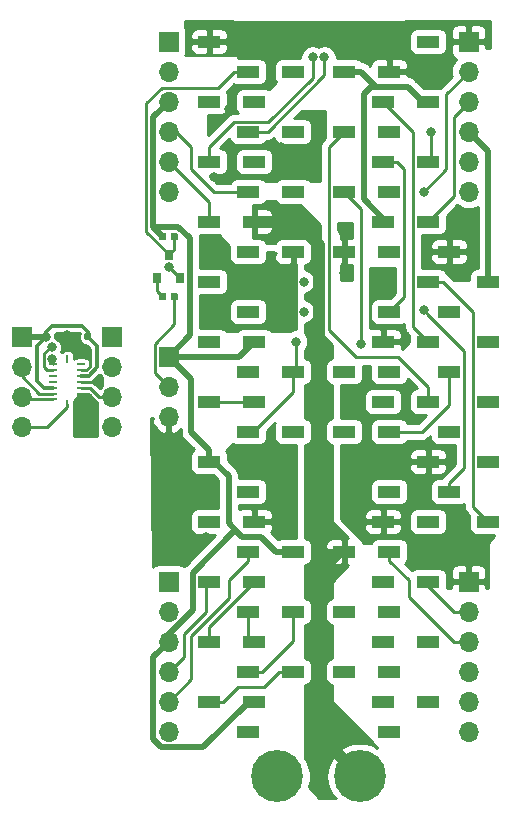
<source format=gtl>
G04 #@! TF.GenerationSoftware,KiCad,Pcbnew,(5.1.4)-1*
G04 #@! TF.CreationDate,2021-07-20T22:26:21+09:00*
G04 #@! TF.ProjectId,UAV2021_ver3_panelizing,55415632-3032-4315-9f76-6572335f7061,rev?*
G04 #@! TF.SameCoordinates,Original*
G04 #@! TF.FileFunction,Copper,L1,Top*
G04 #@! TF.FilePolarity,Positive*
%FSLAX46Y46*%
G04 Gerber Fmt 4.6, Leading zero omitted, Abs format (unit mm)*
G04 Created by KiCad (PCBNEW (5.1.4)-1) date 2021-07-20 22:26:21*
%MOMM*%
%LPD*%
G04 APERTURE LIST*
%ADD10R,1.900000X1.000000*%
%ADD11C,4.400000*%
%ADD12C,0.700000*%
%ADD13R,0.800000X0.900000*%
%ADD14C,0.100000*%
%ADD15C,0.590000*%
%ADD16O,1.700000X1.700000*%
%ADD17R,1.700000X1.700000*%
%ADD18R,0.250000X0.675000*%
%ADD19R,0.675000X0.250000*%
%ADD20C,0.800000*%
%ADD21C,0.800000*%
%ADD22C,0.250000*%
%ADD23C,0.500000*%
%ADD24C,0.300000*%
%ADD25C,1.000000*%
%ADD26C,0.254000*%
G04 APERTURE END LIST*
D10*
X2160000Y-13970000D03*
X2160000Y-19050000D03*
X2160000Y-24130000D03*
X5460000Y-11430000D03*
X5460000Y-16510000D03*
X5460000Y-21590000D03*
X5460000Y-26670000D03*
X-5460000Y-11430000D03*
X-5460000Y-16510000D03*
X-5460000Y-21590000D03*
X-5460000Y-26670000D03*
X-2160000Y-13970000D03*
X-2160000Y-19050000D03*
X-2160000Y-24130000D03*
X-5460000Y3810000D03*
X-5460000Y-1270000D03*
X-2160000Y1270000D03*
X-2160000Y-3810000D03*
X5460000Y13970000D03*
X5460000Y19050000D03*
X5460000Y24130000D03*
X2160000Y11430000D03*
X2160000Y16510000D03*
X2160000Y21590000D03*
X2160000Y26670000D03*
D11*
X-3500000Y-33000000D03*
D12*
X-1850000Y-33000000D03*
X-2333274Y-34166726D03*
X-3500000Y-34650000D03*
X-4666726Y-34166726D03*
X-5150000Y-33000000D03*
X-4666726Y-31833274D03*
X-3500000Y-31350000D03*
X-2333274Y-31833274D03*
D11*
X3500000Y-33000000D03*
D12*
X5150000Y-33000000D03*
X4666726Y-34166726D03*
X3500000Y-34650000D03*
X2333274Y-34166726D03*
X1850000Y-33000000D03*
X2333274Y-31833274D03*
X3500000Y-31350000D03*
X4666726Y-31833274D03*
D13*
X-13650000Y9160000D03*
X-11750000Y9160000D03*
X-12700000Y11160000D03*
D10*
X11050000Y11430000D03*
X11050000Y6350000D03*
X11050000Y1270000D03*
X11050000Y-3810000D03*
X11050000Y-8890000D03*
X14350000Y8890000D03*
X14350000Y3810000D03*
X14350000Y-1270000D03*
X14350000Y-6350000D03*
X14350000Y-11430000D03*
D14*
G36*
X-13023042Y7939290D02*
G01*
X-13008724Y7937166D01*
X-12994683Y7933649D01*
X-12981054Y7928772D01*
X-12967969Y7922583D01*
X-12955553Y7915142D01*
X-12943927Y7906519D01*
X-12933202Y7896798D01*
X-12923481Y7886073D01*
X-12914858Y7874447D01*
X-12907417Y7862031D01*
X-12901228Y7848946D01*
X-12896351Y7835317D01*
X-12892834Y7821276D01*
X-12890710Y7806958D01*
X-12890000Y7792500D01*
X-12890000Y7447500D01*
X-12890710Y7433042D01*
X-12892834Y7418724D01*
X-12896351Y7404683D01*
X-12901228Y7391054D01*
X-12907417Y7377969D01*
X-12914858Y7365553D01*
X-12923481Y7353927D01*
X-12933202Y7343202D01*
X-12943927Y7333481D01*
X-12955553Y7324858D01*
X-12967969Y7317417D01*
X-12981054Y7311228D01*
X-12994683Y7306351D01*
X-13008724Y7302834D01*
X-13023042Y7300710D01*
X-13037500Y7300000D01*
X-13332500Y7300000D01*
X-13346958Y7300710D01*
X-13361276Y7302834D01*
X-13375317Y7306351D01*
X-13388946Y7311228D01*
X-13402031Y7317417D01*
X-13414447Y7324858D01*
X-13426073Y7333481D01*
X-13436798Y7343202D01*
X-13446519Y7353927D01*
X-13455142Y7365553D01*
X-13462583Y7377969D01*
X-13468772Y7391054D01*
X-13473649Y7404683D01*
X-13477166Y7418724D01*
X-13479290Y7433042D01*
X-13480000Y7447500D01*
X-13480000Y7792500D01*
X-13479290Y7806958D01*
X-13477166Y7821276D01*
X-13473649Y7835317D01*
X-13468772Y7848946D01*
X-13462583Y7862031D01*
X-13455142Y7874447D01*
X-13446519Y7886073D01*
X-13436798Y7896798D01*
X-13426073Y7906519D01*
X-13414447Y7915142D01*
X-13402031Y7922583D01*
X-13388946Y7928772D01*
X-13375317Y7933649D01*
X-13361276Y7937166D01*
X-13346958Y7939290D01*
X-13332500Y7940000D01*
X-13037500Y7940000D01*
X-13023042Y7939290D01*
X-13023042Y7939290D01*
G37*
D15*
X-13185000Y7620000D03*
D14*
G36*
X-12053042Y7939290D02*
G01*
X-12038724Y7937166D01*
X-12024683Y7933649D01*
X-12011054Y7928772D01*
X-11997969Y7922583D01*
X-11985553Y7915142D01*
X-11973927Y7906519D01*
X-11963202Y7896798D01*
X-11953481Y7886073D01*
X-11944858Y7874447D01*
X-11937417Y7862031D01*
X-11931228Y7848946D01*
X-11926351Y7835317D01*
X-11922834Y7821276D01*
X-11920710Y7806958D01*
X-11920000Y7792500D01*
X-11920000Y7447500D01*
X-11920710Y7433042D01*
X-11922834Y7418724D01*
X-11926351Y7404683D01*
X-11931228Y7391054D01*
X-11937417Y7377969D01*
X-11944858Y7365553D01*
X-11953481Y7353927D01*
X-11963202Y7343202D01*
X-11973927Y7333481D01*
X-11985553Y7324858D01*
X-11997969Y7317417D01*
X-12011054Y7311228D01*
X-12024683Y7306351D01*
X-12038724Y7302834D01*
X-12053042Y7300710D01*
X-12067500Y7300000D01*
X-12362500Y7300000D01*
X-12376958Y7300710D01*
X-12391276Y7302834D01*
X-12405317Y7306351D01*
X-12418946Y7311228D01*
X-12432031Y7317417D01*
X-12444447Y7324858D01*
X-12456073Y7333481D01*
X-12466798Y7343202D01*
X-12476519Y7353927D01*
X-12485142Y7365553D01*
X-12492583Y7377969D01*
X-12498772Y7391054D01*
X-12503649Y7404683D01*
X-12507166Y7418724D01*
X-12509290Y7433042D01*
X-12510000Y7447500D01*
X-12510000Y7792500D01*
X-12509290Y7806958D01*
X-12507166Y7821276D01*
X-12503649Y7835317D01*
X-12498772Y7848946D01*
X-12492583Y7862031D01*
X-12485142Y7874447D01*
X-12476519Y7886073D01*
X-12466798Y7896798D01*
X-12456073Y7906519D01*
X-12444447Y7915142D01*
X-12432031Y7922583D01*
X-12418946Y7928772D01*
X-12405317Y7933649D01*
X-12391276Y7937166D01*
X-12376958Y7939290D01*
X-12362500Y7940000D01*
X-12067500Y7940000D01*
X-12053042Y7939290D01*
X-12053042Y7939290D01*
G37*
D15*
X-12215000Y7620000D03*
D14*
G36*
X-12053042Y13019290D02*
G01*
X-12038724Y13017166D01*
X-12024683Y13013649D01*
X-12011054Y13008772D01*
X-11997969Y13002583D01*
X-11985553Y12995142D01*
X-11973927Y12986519D01*
X-11963202Y12976798D01*
X-11953481Y12966073D01*
X-11944858Y12954447D01*
X-11937417Y12942031D01*
X-11931228Y12928946D01*
X-11926351Y12915317D01*
X-11922834Y12901276D01*
X-11920710Y12886958D01*
X-11920000Y12872500D01*
X-11920000Y12527500D01*
X-11920710Y12513042D01*
X-11922834Y12498724D01*
X-11926351Y12484683D01*
X-11931228Y12471054D01*
X-11937417Y12457969D01*
X-11944858Y12445553D01*
X-11953481Y12433927D01*
X-11963202Y12423202D01*
X-11973927Y12413481D01*
X-11985553Y12404858D01*
X-11997969Y12397417D01*
X-12011054Y12391228D01*
X-12024683Y12386351D01*
X-12038724Y12382834D01*
X-12053042Y12380710D01*
X-12067500Y12380000D01*
X-12362500Y12380000D01*
X-12376958Y12380710D01*
X-12391276Y12382834D01*
X-12405317Y12386351D01*
X-12418946Y12391228D01*
X-12432031Y12397417D01*
X-12444447Y12404858D01*
X-12456073Y12413481D01*
X-12466798Y12423202D01*
X-12476519Y12433927D01*
X-12485142Y12445553D01*
X-12492583Y12457969D01*
X-12498772Y12471054D01*
X-12503649Y12484683D01*
X-12507166Y12498724D01*
X-12509290Y12513042D01*
X-12510000Y12527500D01*
X-12510000Y12872500D01*
X-12509290Y12886958D01*
X-12507166Y12901276D01*
X-12503649Y12915317D01*
X-12498772Y12928946D01*
X-12492583Y12942031D01*
X-12485142Y12954447D01*
X-12476519Y12966073D01*
X-12466798Y12976798D01*
X-12456073Y12986519D01*
X-12444447Y12995142D01*
X-12432031Y13002583D01*
X-12418946Y13008772D01*
X-12405317Y13013649D01*
X-12391276Y13017166D01*
X-12376958Y13019290D01*
X-12362500Y13020000D01*
X-12067500Y13020000D01*
X-12053042Y13019290D01*
X-12053042Y13019290D01*
G37*
D15*
X-12215000Y12700000D03*
D14*
G36*
X-13023042Y13019290D02*
G01*
X-13008724Y13017166D01*
X-12994683Y13013649D01*
X-12981054Y13008772D01*
X-12967969Y13002583D01*
X-12955553Y12995142D01*
X-12943927Y12986519D01*
X-12933202Y12976798D01*
X-12923481Y12966073D01*
X-12914858Y12954447D01*
X-12907417Y12942031D01*
X-12901228Y12928946D01*
X-12896351Y12915317D01*
X-12892834Y12901276D01*
X-12890710Y12886958D01*
X-12890000Y12872500D01*
X-12890000Y12527500D01*
X-12890710Y12513042D01*
X-12892834Y12498724D01*
X-12896351Y12484683D01*
X-12901228Y12471054D01*
X-12907417Y12457969D01*
X-12914858Y12445553D01*
X-12923481Y12433927D01*
X-12933202Y12423202D01*
X-12943927Y12413481D01*
X-12955553Y12404858D01*
X-12967969Y12397417D01*
X-12981054Y12391228D01*
X-12994683Y12386351D01*
X-13008724Y12382834D01*
X-13023042Y12380710D01*
X-13037500Y12380000D01*
X-13332500Y12380000D01*
X-13346958Y12380710D01*
X-13361276Y12382834D01*
X-13375317Y12386351D01*
X-13388946Y12391228D01*
X-13402031Y12397417D01*
X-13414447Y12404858D01*
X-13426073Y12413481D01*
X-13436798Y12423202D01*
X-13446519Y12433927D01*
X-13455142Y12445553D01*
X-13462583Y12457969D01*
X-13468772Y12471054D01*
X-13473649Y12484683D01*
X-13477166Y12498724D01*
X-13479290Y12513042D01*
X-13480000Y12527500D01*
X-13480000Y12872500D01*
X-13479290Y12886958D01*
X-13477166Y12901276D01*
X-13473649Y12915317D01*
X-13468772Y12928946D01*
X-13462583Y12942031D01*
X-13455142Y12954447D01*
X-13446519Y12966073D01*
X-13436798Y12976798D01*
X-13426073Y12986519D01*
X-13414447Y12995142D01*
X-13402031Y13002583D01*
X-13388946Y13008772D01*
X-13375317Y13013649D01*
X-13361276Y13017166D01*
X-13346958Y13019290D01*
X-13332500Y13020000D01*
X-13037500Y13020000D01*
X-13023042Y13019290D01*
X-13023042Y13019290D01*
G37*
D15*
X-13185000Y12700000D03*
D16*
X-12700000Y-29210000D03*
X-12700000Y-26670000D03*
X-12700000Y-24130000D03*
X-12700000Y-21590000D03*
X-12700000Y-19050000D03*
D17*
X-12700000Y-16510000D03*
X12700000Y-16510000D03*
D16*
X12700000Y-19050000D03*
X12700000Y-21590000D03*
X12700000Y-24130000D03*
X12700000Y-26670000D03*
X12700000Y-29210000D03*
D17*
X-12700000Y29210000D03*
D16*
X-12700000Y26670000D03*
X-12700000Y24130000D03*
X-12700000Y21590000D03*
X-12700000Y19050000D03*
X-12700000Y16510000D03*
X12700000Y16510000D03*
X12700000Y19050000D03*
X12700000Y21590000D03*
X12700000Y24130000D03*
X12700000Y26670000D03*
D17*
X12700000Y29210000D03*
X-12700000Y2540000D03*
D16*
X-12700000Y0D03*
X-12700000Y-2540000D03*
D10*
X5970000Y26670000D03*
X5970000Y21590000D03*
X5970000Y16510000D03*
X5970000Y11430000D03*
X5970000Y6350000D03*
X5970000Y1270000D03*
X5970000Y-3810000D03*
X5970000Y-8890000D03*
X5970000Y-13970000D03*
X5970000Y-19050000D03*
X5970000Y-24130000D03*
X5970000Y-29210000D03*
X9270000Y29210000D03*
X9270000Y24130000D03*
X9270000Y19050000D03*
X9270000Y13970000D03*
X9270000Y8890000D03*
X9270000Y3810000D03*
X9270000Y-1270000D03*
X9270000Y-6350000D03*
X9270000Y-11430000D03*
X9270000Y-16510000D03*
X9270000Y-21590000D03*
X9270000Y-26670000D03*
X-2160000Y11430000D03*
X-2160000Y16510000D03*
X-2160000Y21590000D03*
X-2160000Y26670000D03*
X-5460000Y13970000D03*
X-5460000Y19050000D03*
X-5460000Y24130000D03*
X-5970000Y-29210000D03*
X-5970000Y-24130000D03*
X-5970000Y-19050000D03*
X-5970000Y-13970000D03*
X-5970000Y-8890000D03*
X-5970000Y-3810000D03*
X-5970000Y1270000D03*
X-5970000Y6350000D03*
X-5970000Y11430000D03*
X-5970000Y16510000D03*
X-5970000Y21590000D03*
X-5970000Y26670000D03*
X-9270000Y-26670000D03*
X-9270000Y-21590000D03*
X-9270000Y-16510000D03*
X-9270000Y-11430000D03*
X-9270000Y-6350000D03*
X-9270000Y-1270000D03*
X-9270000Y3810000D03*
X-9270000Y8890000D03*
X-9270000Y13970000D03*
X-9270000Y19050000D03*
X-9270000Y24130000D03*
X-9270000Y29210000D03*
X2160000Y1270000D03*
X2160000Y-3810000D03*
X5460000Y3810000D03*
X5460000Y-1270000D03*
D16*
X-17470000Y-3390000D03*
X-17470000Y-850000D03*
X-17470000Y1690000D03*
D17*
X-17470000Y4230000D03*
D16*
X-25090000Y-3390000D03*
X-25090000Y-850000D03*
X-25090000Y1690000D03*
D17*
X-25090000Y4230000D03*
D18*
X-21280000Y2335000D03*
D19*
X-22445000Y1920000D03*
X-22445000Y1420000D03*
X-22445000Y920000D03*
X-22445000Y420000D03*
X-22445000Y-80000D03*
X-22445000Y-580000D03*
X-22445000Y-1080000D03*
D18*
X-21280000Y-1495000D03*
D19*
X-20115000Y-1080000D03*
X-20115000Y-580000D03*
X-20115000Y-80000D03*
X-20115000Y420000D03*
X-20115000Y920000D03*
X-20115000Y1420000D03*
X-20115000Y1920000D03*
D14*
G36*
X-19363042Y4549290D02*
G01*
X-19348724Y4547166D01*
X-19334683Y4543649D01*
X-19321054Y4538772D01*
X-19307969Y4532583D01*
X-19295553Y4525142D01*
X-19283927Y4516519D01*
X-19273202Y4506798D01*
X-19263481Y4496073D01*
X-19254858Y4484447D01*
X-19247417Y4472031D01*
X-19241228Y4458946D01*
X-19236351Y4445317D01*
X-19232834Y4431276D01*
X-19230710Y4416958D01*
X-19230000Y4402500D01*
X-19230000Y4057500D01*
X-19230710Y4043042D01*
X-19232834Y4028724D01*
X-19236351Y4014683D01*
X-19241228Y4001054D01*
X-19247417Y3987969D01*
X-19254858Y3975553D01*
X-19263481Y3963927D01*
X-19273202Y3953202D01*
X-19283927Y3943481D01*
X-19295553Y3934858D01*
X-19307969Y3927417D01*
X-19321054Y3921228D01*
X-19334683Y3916351D01*
X-19348724Y3912834D01*
X-19363042Y3910710D01*
X-19377500Y3910000D01*
X-19672500Y3910000D01*
X-19686958Y3910710D01*
X-19701276Y3912834D01*
X-19715317Y3916351D01*
X-19728946Y3921228D01*
X-19742031Y3927417D01*
X-19754447Y3934858D01*
X-19766073Y3943481D01*
X-19776798Y3953202D01*
X-19786519Y3963927D01*
X-19795142Y3975553D01*
X-19802583Y3987969D01*
X-19808772Y4001054D01*
X-19813649Y4014683D01*
X-19817166Y4028724D01*
X-19819290Y4043042D01*
X-19820000Y4057500D01*
X-19820000Y4402500D01*
X-19819290Y4416958D01*
X-19817166Y4431276D01*
X-19813649Y4445317D01*
X-19808772Y4458946D01*
X-19802583Y4472031D01*
X-19795142Y4484447D01*
X-19786519Y4496073D01*
X-19776798Y4506798D01*
X-19766073Y4516519D01*
X-19754447Y4525142D01*
X-19742031Y4532583D01*
X-19728946Y4538772D01*
X-19715317Y4543649D01*
X-19701276Y4547166D01*
X-19686958Y4549290D01*
X-19672500Y4550000D01*
X-19377500Y4550000D01*
X-19363042Y4549290D01*
X-19363042Y4549290D01*
G37*
D15*
X-19525000Y4230000D03*
D14*
G36*
X-20333042Y4549290D02*
G01*
X-20318724Y4547166D01*
X-20304683Y4543649D01*
X-20291054Y4538772D01*
X-20277969Y4532583D01*
X-20265553Y4525142D01*
X-20253927Y4516519D01*
X-20243202Y4506798D01*
X-20233481Y4496073D01*
X-20224858Y4484447D01*
X-20217417Y4472031D01*
X-20211228Y4458946D01*
X-20206351Y4445317D01*
X-20202834Y4431276D01*
X-20200710Y4416958D01*
X-20200000Y4402500D01*
X-20200000Y4057500D01*
X-20200710Y4043042D01*
X-20202834Y4028724D01*
X-20206351Y4014683D01*
X-20211228Y4001054D01*
X-20217417Y3987969D01*
X-20224858Y3975553D01*
X-20233481Y3963927D01*
X-20243202Y3953202D01*
X-20253927Y3943481D01*
X-20265553Y3934858D01*
X-20277969Y3927417D01*
X-20291054Y3921228D01*
X-20304683Y3916351D01*
X-20318724Y3912834D01*
X-20333042Y3910710D01*
X-20347500Y3910000D01*
X-20642500Y3910000D01*
X-20656958Y3910710D01*
X-20671276Y3912834D01*
X-20685317Y3916351D01*
X-20698946Y3921228D01*
X-20712031Y3927417D01*
X-20724447Y3934858D01*
X-20736073Y3943481D01*
X-20746798Y3953202D01*
X-20756519Y3963927D01*
X-20765142Y3975553D01*
X-20772583Y3987969D01*
X-20778772Y4001054D01*
X-20783649Y4014683D01*
X-20787166Y4028724D01*
X-20789290Y4043042D01*
X-20790000Y4057500D01*
X-20790000Y4402500D01*
X-20789290Y4416958D01*
X-20787166Y4431276D01*
X-20783649Y4445317D01*
X-20778772Y4458946D01*
X-20772583Y4472031D01*
X-20765142Y4484447D01*
X-20756519Y4496073D01*
X-20746798Y4506798D01*
X-20736073Y4516519D01*
X-20724447Y4525142D01*
X-20712031Y4532583D01*
X-20698946Y4538772D01*
X-20685317Y4543649D01*
X-20671276Y4547166D01*
X-20656958Y4549290D01*
X-20642500Y4550000D01*
X-20347500Y4550000D01*
X-20333042Y4549290D01*
X-20333042Y4549290D01*
G37*
D15*
X-20495000Y4230000D03*
D14*
G36*
X-21903042Y4549290D02*
G01*
X-21888724Y4547166D01*
X-21874683Y4543649D01*
X-21861054Y4538772D01*
X-21847969Y4532583D01*
X-21835553Y4525142D01*
X-21823927Y4516519D01*
X-21813202Y4506798D01*
X-21803481Y4496073D01*
X-21794858Y4484447D01*
X-21787417Y4472031D01*
X-21781228Y4458946D01*
X-21776351Y4445317D01*
X-21772834Y4431276D01*
X-21770710Y4416958D01*
X-21770000Y4402500D01*
X-21770000Y4057500D01*
X-21770710Y4043042D01*
X-21772834Y4028724D01*
X-21776351Y4014683D01*
X-21781228Y4001054D01*
X-21787417Y3987969D01*
X-21794858Y3975553D01*
X-21803481Y3963927D01*
X-21813202Y3953202D01*
X-21823927Y3943481D01*
X-21835553Y3934858D01*
X-21847969Y3927417D01*
X-21861054Y3921228D01*
X-21874683Y3916351D01*
X-21888724Y3912834D01*
X-21903042Y3910710D01*
X-21917500Y3910000D01*
X-22212500Y3910000D01*
X-22226958Y3910710D01*
X-22241276Y3912834D01*
X-22255317Y3916351D01*
X-22268946Y3921228D01*
X-22282031Y3927417D01*
X-22294447Y3934858D01*
X-22306073Y3943481D01*
X-22316798Y3953202D01*
X-22326519Y3963927D01*
X-22335142Y3975553D01*
X-22342583Y3987969D01*
X-22348772Y4001054D01*
X-22353649Y4014683D01*
X-22357166Y4028724D01*
X-22359290Y4043042D01*
X-22360000Y4057500D01*
X-22360000Y4402500D01*
X-22359290Y4416958D01*
X-22357166Y4431276D01*
X-22353649Y4445317D01*
X-22348772Y4458946D01*
X-22342583Y4472031D01*
X-22335142Y4484447D01*
X-22326519Y4496073D01*
X-22316798Y4506798D01*
X-22306073Y4516519D01*
X-22294447Y4525142D01*
X-22282031Y4532583D01*
X-22268946Y4538772D01*
X-22255317Y4543649D01*
X-22241276Y4547166D01*
X-22226958Y4549290D01*
X-22212500Y4550000D01*
X-21917500Y4550000D01*
X-21903042Y4549290D01*
X-21903042Y4549290D01*
G37*
D15*
X-22065000Y4230000D03*
D14*
G36*
X-22873042Y4549290D02*
G01*
X-22858724Y4547166D01*
X-22844683Y4543649D01*
X-22831054Y4538772D01*
X-22817969Y4532583D01*
X-22805553Y4525142D01*
X-22793927Y4516519D01*
X-22783202Y4506798D01*
X-22773481Y4496073D01*
X-22764858Y4484447D01*
X-22757417Y4472031D01*
X-22751228Y4458946D01*
X-22746351Y4445317D01*
X-22742834Y4431276D01*
X-22740710Y4416958D01*
X-22740000Y4402500D01*
X-22740000Y4057500D01*
X-22740710Y4043042D01*
X-22742834Y4028724D01*
X-22746351Y4014683D01*
X-22751228Y4001054D01*
X-22757417Y3987969D01*
X-22764858Y3975553D01*
X-22773481Y3963927D01*
X-22783202Y3953202D01*
X-22793927Y3943481D01*
X-22805553Y3934858D01*
X-22817969Y3927417D01*
X-22831054Y3921228D01*
X-22844683Y3916351D01*
X-22858724Y3912834D01*
X-22873042Y3910710D01*
X-22887500Y3910000D01*
X-23182500Y3910000D01*
X-23196958Y3910710D01*
X-23211276Y3912834D01*
X-23225317Y3916351D01*
X-23238946Y3921228D01*
X-23252031Y3927417D01*
X-23264447Y3934858D01*
X-23276073Y3943481D01*
X-23286798Y3953202D01*
X-23296519Y3963927D01*
X-23305142Y3975553D01*
X-23312583Y3987969D01*
X-23318772Y4001054D01*
X-23323649Y4014683D01*
X-23327166Y4028724D01*
X-23329290Y4043042D01*
X-23330000Y4057500D01*
X-23330000Y4402500D01*
X-23329290Y4416958D01*
X-23327166Y4431276D01*
X-23323649Y4445317D01*
X-23318772Y4458946D01*
X-23312583Y4472031D01*
X-23305142Y4484447D01*
X-23296519Y4496073D01*
X-23286798Y4506798D01*
X-23276073Y4516519D01*
X-23264447Y4525142D01*
X-23252031Y4532583D01*
X-23238946Y4538772D01*
X-23225317Y4543649D01*
X-23211276Y4547166D01*
X-23196958Y4549290D01*
X-23182500Y4550000D01*
X-22887500Y4550000D01*
X-22873042Y4549290D01*
X-22873042Y4549290D01*
G37*
D15*
X-23035000Y4230000D03*
D20*
X-12700000Y-5080000D03*
X-12700000Y-7620000D03*
X-12700000Y-10160000D03*
X-12700000Y-12700000D03*
X-6350000Y-6350000D03*
X-3810000Y-6350000D03*
X3810000Y-6350000D03*
X6350000Y-6350000D03*
X-12700000Y10109998D03*
X0Y22860000D03*
X-3175000Y20320000D03*
X-6350000Y8890000D03*
X-3810000Y8890000D03*
X-1270000Y8890000D03*
X-1270000Y6350000D03*
X-3810000Y6350000D03*
X-8890000Y6350000D03*
X-8890000Y11430000D03*
X2159000Y13208000D03*
X2159000Y9652000D03*
X12700000Y13970000D03*
X12065000Y9525000D03*
X-1905000Y29845000D03*
X0Y29845000D03*
X1905000Y29845000D03*
X-8890000Y22225000D03*
X-7620000Y23495000D03*
X-8890000Y17780000D03*
X9525000Y26670000D03*
X5080000Y8255000D03*
X-9525000Y-8890000D03*
X-9525000Y-12700000D03*
X-2540000Y-11430000D03*
X8890000Y-13970000D03*
X11430000Y-13970000D03*
X13970000Y-13970000D03*
X-18740000Y420000D03*
X-19908400Y2858400D03*
X-19756000Y-2374000D03*
X-19756000Y-3771000D03*
X-21280000Y4357000D03*
X9270000Y24130000D03*
X-23035000Y4230000D03*
X-9270000Y3810000D03*
X5460000Y-1270000D03*
X-2160000Y-3810000D03*
X5970000Y-3810000D03*
X14350000Y-1270000D03*
X-5460000Y-1270000D03*
X14350000Y3810000D03*
X-1905000Y3810000D03*
X-5970000Y1270000D03*
X2160000Y1270000D03*
X-5970000Y6350000D03*
X11050000Y6350000D03*
X-5460000Y19050000D03*
X-2160000Y16510000D03*
X2160000Y-19050000D03*
X5460000Y-16510000D03*
X5970000Y1270000D03*
X3620000Y3620000D03*
X-2160000Y21590000D03*
X-5460000Y24130000D03*
X2160000Y-24130000D03*
X5460000Y-21590000D03*
X8890000Y16510000D03*
X5970000Y16510000D03*
X9525000Y21590000D03*
X5969999Y21589999D03*
X500000Y27885000D03*
X-500000Y27885000D03*
X5970000Y11430000D03*
X8890000Y6475014D03*
X-22550000Y2325012D03*
X-22550000Y3325015D03*
D21*
X-2610000Y11430000D02*
X-2160000Y11430000D01*
D22*
X-11750000Y9160000D02*
X-11750002Y9160000D01*
X-11750002Y9160000D02*
X-12700000Y10109998D01*
X-20115000Y1420000D02*
X-19649264Y1420000D01*
X-19649264Y1420000D02*
X-19375000Y1694264D01*
X-19375000Y1694264D02*
X-19375000Y2325000D01*
X-20495000Y3445000D02*
X-20495000Y4230000D01*
X-19375000Y2325000D02*
X-19908400Y2858400D01*
X-19527500Y-580000D02*
X-19375000Y-732500D01*
X-20115000Y-580000D02*
X-19527500Y-580000D01*
X-19527500Y-1080000D02*
X-20115000Y-1080000D01*
X-19375000Y-927500D02*
X-19527500Y-1080000D01*
X-19375000Y-732500D02*
X-19375000Y-927500D01*
X-20115000Y420000D02*
X-18740000Y420000D01*
X-19908400Y2858400D02*
X-20495000Y3445000D01*
X-21407000Y4230000D02*
X-21280000Y4357000D01*
X-22065000Y4230000D02*
X-21407000Y4230000D01*
X-18740000Y-2120000D02*
X-20010000Y-2120000D01*
X-19375000Y-732500D02*
X-18740000Y-1367500D01*
X-18740000Y-1367500D02*
X-18740000Y-2120000D01*
X-19375000Y-927500D02*
X-19375000Y-1485000D01*
X-19375000Y-1485000D02*
X-20010000Y-2120000D01*
X-21280000Y4357000D02*
X-21280000Y3468000D01*
X-20670400Y2858400D02*
X-19908400Y2858400D01*
X-21280000Y3468000D02*
X-20670400Y2858400D01*
X-21303000Y3468000D02*
X-21280000Y3468000D01*
X-22065000Y4230000D02*
X-21303000Y3468000D01*
D23*
X9270000Y24130000D02*
X8820000Y24130000D01*
X-13519168Y13034168D02*
X-13185000Y12700000D01*
X-14000001Y13515001D02*
X-13519168Y13034168D01*
X-14000001Y22829999D02*
X-14000001Y13515001D01*
X-12700000Y24130000D02*
X-14000001Y22829999D01*
X-6730000Y2540000D02*
X-5460000Y3810000D01*
X-10899999Y12550007D02*
X-10899999Y4340001D01*
X-14000001Y13515001D02*
X-11864993Y13515001D01*
X-11864993Y13515001D02*
X-10899999Y12550007D01*
X-10899999Y4340001D02*
X-12700000Y2540000D01*
X-6730000Y2540000D02*
X-12700000Y2540000D01*
X-9270000Y-5350000D02*
X-9270000Y-6350000D01*
X-10795000Y-3825000D02*
X-9270000Y-5350000D01*
X-12700000Y2540000D02*
X-10795000Y635000D01*
X-10795000Y635000D02*
X-10795000Y-3825000D01*
X-3610000Y-13970000D02*
X-2160000Y-13970000D01*
X-4880000Y-12700000D02*
X-3610000Y-13970000D01*
X-7035001Y-12115001D02*
X-6450002Y-12700000D01*
X-6450002Y-12700000D02*
X-4880000Y-12700000D01*
X-7620000Y-11530002D02*
X-7035001Y-12115001D01*
X-7620000Y-7550000D02*
X-7620000Y-11530002D01*
X-9270000Y-6350000D02*
X-8820000Y-6350000D01*
X-8820000Y-6350000D02*
X-7620000Y-7550000D01*
X-5910000Y-26670000D02*
X-5460000Y-26670000D01*
X-9750001Y-30510001D02*
X-5910000Y-26670000D01*
X-13324001Y-30510001D02*
X-9750001Y-30510001D01*
X-14000001Y-29834001D02*
X-13324001Y-30510001D01*
X-14000001Y-22890001D02*
X-14000001Y-29834001D01*
X-12700000Y-21590000D02*
X-14000001Y-22890001D01*
X14350000Y19940000D02*
X14350000Y8890000D01*
X12700000Y21590000D02*
X14350000Y19940000D01*
X-10670001Y-15750001D02*
X-7035001Y-12115001D01*
X-10670001Y-18925001D02*
X-10670001Y-15750001D01*
X-12700000Y-21590000D02*
X-12700000Y-20955000D01*
X-12700000Y-20955000D02*
X-10670001Y-18925001D01*
X8820000Y24130000D02*
X7550000Y25400000D01*
X7550000Y25400000D02*
X4880000Y25400000D01*
X4880000Y25400000D02*
X3610000Y26670000D01*
X3610000Y26670000D02*
X2160000Y26670000D01*
X4469998Y25400000D02*
X4880000Y25400000D01*
X3810000Y24740002D02*
X4469998Y25400000D01*
X3810000Y15875000D02*
X3810000Y24740002D01*
X5460000Y13970000D02*
X5460000Y14225000D01*
X5460000Y14225000D02*
X3810000Y15875000D01*
X-25090000Y4230000D02*
X-23670000Y4230000D01*
X-23670000Y4230000D02*
X-23035000Y4230000D01*
D24*
X-18740000Y3445000D02*
X-19525000Y4230000D01*
X-18740000Y1657500D02*
X-18740000Y3445000D01*
X-20115000Y920000D02*
X-19477500Y920000D01*
X-19477500Y920000D02*
X-18740000Y1657500D01*
X-23820000Y3445000D02*
X-23035000Y4230000D01*
X-23820000Y502769D02*
X-23820000Y3445000D01*
X-22445000Y-80000D02*
X-23237231Y-80000D01*
X-23237231Y-80000D02*
X-23820000Y502769D01*
X-23035000Y4650000D02*
X-23035000Y4230000D01*
X-22560010Y5124990D02*
X-23035000Y4650000D01*
X-19999990Y5124990D02*
X-22560010Y5124990D01*
X-19525000Y4230000D02*
X-19525000Y4650000D01*
X-19525000Y4650000D02*
X-19999990Y5124990D01*
D22*
X11050000Y520000D02*
X11050000Y1270000D01*
X11050000Y-1525002D02*
X11050000Y520000D01*
X8765002Y-3810000D02*
X11050000Y-1525002D01*
X5970000Y-3810000D02*
X8765002Y-3810000D01*
X-9270000Y-1270000D02*
X-5460000Y-1270000D01*
X-2160000Y520000D02*
X-2160000Y1270000D01*
X-2160000Y-450000D02*
X-2160000Y520000D01*
X-5520000Y-3810000D02*
X-2160000Y-450000D01*
X-5970000Y-3810000D02*
X-5520000Y-3810000D01*
X-1905000Y1525000D02*
X-2160000Y1270000D01*
X-1905000Y3810000D02*
X-1905000Y1525000D01*
X-13549999Y849999D02*
X-12700000Y0D01*
X-13875001Y1175001D02*
X-13549999Y849999D01*
X-13875001Y3650001D02*
X-13875001Y1175001D01*
X-12215000Y7620000D02*
X-12215000Y5310002D01*
X-12215000Y5310002D02*
X-13875001Y3650001D01*
X-13650000Y8085000D02*
X-13185000Y7620000D01*
X-13650000Y9160000D02*
X-13650000Y8085000D01*
D25*
X-3510000Y13970000D02*
X-5460000Y13970000D01*
X-1989998Y13970000D02*
X-3510000Y13970000D01*
X0Y11980002D02*
X-1989998Y13970000D01*
X3500000Y-33000000D02*
X0Y-29500000D01*
X1710000Y-13970000D02*
X2160000Y-13970000D01*
X0Y-15680000D02*
X1710000Y-13970000D01*
X0Y-16510000D02*
X0Y-15680000D01*
X0Y-16510000D02*
X0Y11980002D01*
X0Y-29500000D02*
X0Y-16510000D01*
D21*
X-5910000Y19050000D02*
X-5460000Y19050000D01*
X-12700000Y-19050000D02*
X-12459998Y-19050000D01*
D22*
X-5970000Y-14720000D02*
X-5970000Y-13970000D01*
X-7620000Y-16370000D02*
X-5970000Y-14720000D01*
X-7620000Y-17904998D02*
X-7620000Y-16370000D01*
X-10795000Y-21079998D02*
X-7620000Y-17904998D01*
X-12700000Y-26670000D02*
X-10795000Y-24765000D01*
X-10795000Y-24765000D02*
X-10795000Y-21079998D01*
X-7170000Y16510000D02*
X-5970000Y16510000D01*
X-8889295Y16510000D02*
X-7170000Y16510000D01*
X-10795000Y18415705D02*
X-8889295Y16510000D01*
X-10795000Y20320000D02*
X-10795000Y18415705D01*
X-12700000Y21590000D02*
X-12065000Y21590000D01*
X-12065000Y21590000D02*
X-10795000Y20320000D01*
X-9525000Y-16765000D02*
X-9270000Y-16510000D01*
X-9525000Y-19050000D02*
X-9525000Y-16765000D01*
X-11430000Y-20955000D02*
X-9525000Y-19050000D01*
X-12700000Y-24130000D02*
X-11430000Y-22860000D01*
X-11430000Y-22860000D02*
X-11430000Y-20955000D01*
X7994999Y5085001D02*
X9270000Y3810000D01*
X5460000Y24130000D02*
X7994999Y21595001D01*
X7994999Y21595001D02*
X7994999Y5085001D01*
X9270000Y-520000D02*
X9270000Y-1270000D01*
X884999Y20314999D02*
X884999Y4830001D01*
X2160000Y21590000D02*
X884999Y20314999D01*
X884999Y4830001D02*
X3175000Y2540000D01*
X3175000Y2540000D02*
X6735002Y2540000D01*
X6735002Y2540000D02*
X9270000Y5002D01*
X9270000Y5002D02*
X9270000Y-520000D01*
X7245001Y7625001D02*
X5970000Y6350000D01*
X7245001Y18464999D02*
X7245001Y7625001D01*
X5460000Y19050000D02*
X6660000Y19050000D01*
X6660000Y19050000D02*
X7245001Y18464999D01*
X3620000Y15050000D02*
X3620000Y3620000D01*
X2160000Y16510000D02*
X3620000Y15050000D01*
X-9270000Y15620000D02*
X-9270000Y13970000D01*
X-12700000Y19050000D02*
X-9270000Y15620000D01*
D21*
X5910000Y-21590000D02*
X5460000Y-21590000D01*
D22*
X-2160000Y-19800000D02*
X-2160000Y-19050000D01*
X-2160000Y-21520000D02*
X-2160000Y-19800000D01*
X-4770000Y-24130000D02*
X-2160000Y-21520000D01*
X-5970000Y-24130000D02*
X-4770000Y-24130000D01*
X-5970000Y-21080000D02*
X-5460000Y-21590000D01*
X-5970000Y-19050000D02*
X-5970000Y-21080000D01*
X-3360000Y-24130000D02*
X-2160000Y-24130000D01*
X-4630000Y-25400000D02*
X-3360000Y-24130000D01*
X-6800000Y-25400000D02*
X-4630000Y-25400000D01*
X-9270000Y-26670000D02*
X-8070000Y-26670000D01*
X-8070000Y-26670000D02*
X-6800000Y-25400000D01*
X-5460000Y-16504998D02*
X-5460000Y-16510000D01*
X-9270000Y-21590000D02*
X-9270000Y-20314998D01*
X-9270000Y-20314998D02*
X-5460000Y-16504998D01*
X10795000Y24765000D02*
X10795000Y23557499D01*
X12700000Y26670000D02*
X10795000Y24765000D01*
X10795000Y23557499D02*
X10795000Y18415000D01*
X10795000Y18415000D02*
X8890000Y16510000D01*
X11430000Y-21590000D02*
X12700000Y-21590000D01*
X7620000Y-17780000D02*
X11430000Y-21590000D01*
X7620000Y-16370000D02*
X7620000Y-17780000D01*
X5970000Y-13970000D02*
X5970000Y-14720000D01*
X5970000Y-14720000D02*
X7620000Y-16370000D01*
X11430000Y16130000D02*
X9270000Y13970000D01*
X12700000Y24130000D02*
X11430000Y22860000D01*
X11430000Y22860000D02*
X11430000Y16130000D01*
X11430000Y-19050000D02*
X12700000Y-19050000D01*
X9270000Y-16510000D02*
X9270000Y-16890000D01*
X9270000Y-16890000D02*
X11430000Y-19050000D01*
X9525000Y19305000D02*
X9270000Y19050000D01*
X9525000Y21590000D02*
X9525000Y19305000D01*
X500000Y26369428D02*
X500000Y27885000D01*
X-4279428Y21590000D02*
X500000Y26369428D01*
X-5970000Y21590000D02*
X-4279428Y21590000D01*
X-9270000Y20325002D02*
X-9270000Y19050000D01*
X-7180001Y22415001D02*
X-9270000Y20325002D01*
X-4254999Y22415001D02*
X-7180001Y22415001D01*
X-500000Y27885000D02*
X-500000Y26170000D01*
X-500000Y26170000D02*
X-4254999Y22415001D01*
X12325001Y-6864999D02*
X12325001Y3040013D01*
X12325001Y3040013D02*
X9289999Y6075015D01*
X9289999Y6075015D02*
X8890000Y6475014D01*
X11050000Y-8140000D02*
X12325001Y-6864999D01*
X11050000Y-8890000D02*
X11050000Y-8140000D01*
X10470000Y8890000D02*
X9270000Y8890000D01*
X10545002Y8890000D02*
X10470000Y8890000D01*
X13074999Y6360003D02*
X10545002Y8890000D01*
X13074999Y-10154999D02*
X13074999Y6360003D01*
X14350000Y-11430000D02*
X13074999Y-10154999D01*
X-12700000Y11210000D02*
X-12700000Y11160000D01*
X-14575009Y13085009D02*
X-12700000Y11210000D01*
X-14575009Y23993993D02*
X-14575009Y13085009D01*
X-13264001Y25305001D02*
X-14575009Y23993993D01*
X-8534999Y25305001D02*
X-13264001Y25305001D01*
X-7170000Y26670000D02*
X-8534999Y25305001D01*
X-5970000Y26670000D02*
X-7170000Y26670000D01*
X-12215000Y11645000D02*
X-12700000Y11160000D01*
X-12215000Y12700000D02*
X-12215000Y11645000D01*
X-24860000Y1920000D02*
X-25090000Y1690000D01*
X-25090000Y870000D02*
X-25090000Y1690000D01*
X-22445000Y-580000D02*
X-23640000Y-580000D01*
X-23640000Y-580000D02*
X-25090000Y870000D01*
X-22445000Y2295000D02*
X-22475012Y2325012D01*
X-22475012Y2325012D02*
X-22550000Y2325012D01*
X-22445000Y1920000D02*
X-22445000Y2295000D01*
X-22721492Y3325015D02*
X-22550000Y3325015D01*
X-23275001Y2771506D02*
X-22721492Y3325015D01*
X-23275001Y1662501D02*
X-23275001Y2771506D01*
X-22445000Y1420000D02*
X-23032500Y1420000D01*
X-23032500Y1420000D02*
X-23275001Y1662501D01*
X-24860000Y-1080000D02*
X-25090000Y-850000D01*
X-22445000Y-1080000D02*
X-24860000Y-1080000D01*
X-21280000Y-1707500D02*
X-21280000Y-1495000D01*
X-22962500Y-3390000D02*
X-21280000Y-1707500D01*
X-25090000Y-3390000D02*
X-22962500Y-3390000D01*
X-18621090Y-850000D02*
X-17470000Y-850000D01*
X-20115000Y-80000D02*
X-19391090Y-80000D01*
X-19391090Y-80000D02*
X-18621090Y-850000D01*
D26*
G36*
X-3640537Y15655506D02*
G01*
X-3561185Y15558815D01*
X-3464494Y15479463D01*
X-3354180Y15420498D01*
X-3234482Y15384188D01*
X-3110000Y15371928D01*
X-1581534Y15371928D01*
X124999Y13665395D01*
X125000Y4867334D01*
X121323Y4830001D01*
X125000Y4792668D01*
X135997Y4681015D01*
X147663Y4642557D01*
X179453Y4537755D01*
X250025Y4405725D01*
X295757Y4350001D01*
X344999Y4290000D01*
X373997Y4266202D01*
X1143000Y3497198D01*
X1143000Y2401473D01*
X1085518Y2395812D01*
X965820Y2359502D01*
X855506Y2300537D01*
X758815Y2221185D01*
X679463Y2124494D01*
X620498Y2014180D01*
X584188Y1894482D01*
X571928Y1770000D01*
X571928Y770000D01*
X584188Y645518D01*
X620498Y525820D01*
X679463Y415506D01*
X758815Y318815D01*
X855506Y239463D01*
X965820Y180498D01*
X1085518Y144188D01*
X1143000Y138527D01*
X1143000Y-2678527D01*
X1085518Y-2684188D01*
X965820Y-2720498D01*
X855506Y-2779463D01*
X758815Y-2858815D01*
X679463Y-2955506D01*
X620498Y-3065820D01*
X584188Y-3185518D01*
X571928Y-3310000D01*
X571928Y-4310000D01*
X584188Y-4434482D01*
X620498Y-4554180D01*
X679463Y-4664494D01*
X758815Y-4761185D01*
X855506Y-4840537D01*
X965820Y-4899502D01*
X1085518Y-4935812D01*
X1143000Y-4941473D01*
X1143000Y-11430000D01*
X1145440Y-11454776D01*
X1152667Y-11478601D01*
X1164403Y-11500557D01*
X1180197Y-11519803D01*
X2495165Y-12834771D01*
X2445750Y-12835000D01*
X2287000Y-12993750D01*
X2287000Y-13843000D01*
X2307000Y-13843000D01*
X2307000Y-14097000D01*
X2287000Y-14097000D01*
X2287000Y-14946250D01*
X2445750Y-15105000D01*
X2495165Y-15105229D01*
X1180197Y-16420197D01*
X1164403Y-16439443D01*
X1152667Y-16461399D01*
X1145440Y-16485224D01*
X1143000Y-16510000D01*
X1143000Y-17918527D01*
X1085518Y-17924188D01*
X965820Y-17960498D01*
X855506Y-18019463D01*
X758815Y-18098815D01*
X679463Y-18195506D01*
X620498Y-18305820D01*
X584188Y-18425518D01*
X571928Y-18550000D01*
X571928Y-19550000D01*
X584188Y-19674482D01*
X620498Y-19794180D01*
X679463Y-19904494D01*
X758815Y-20001185D01*
X855506Y-20080537D01*
X965820Y-20139502D01*
X1085518Y-20175812D01*
X1143000Y-20181473D01*
X1143000Y-22998527D01*
X1085518Y-23004188D01*
X965820Y-23040498D01*
X855506Y-23099463D01*
X758815Y-23178815D01*
X679463Y-23275506D01*
X620498Y-23385820D01*
X584188Y-23505518D01*
X571928Y-23630000D01*
X571928Y-24630000D01*
X584188Y-24754482D01*
X620498Y-24874180D01*
X679463Y-24984494D01*
X758815Y-25081185D01*
X855506Y-25160537D01*
X965820Y-25219502D01*
X1085518Y-25255812D01*
X1143000Y-25261473D01*
X1143000Y-26670000D01*
X1145440Y-26694776D01*
X1152667Y-26718601D01*
X1164403Y-26740557D01*
X1180197Y-26759803D01*
X4510401Y-30090007D01*
X4568815Y-30161185D01*
X4639993Y-30219599D01*
X4952057Y-30531663D01*
X4951543Y-30560461D01*
X4576123Y-30362359D01*
X4040867Y-30203099D01*
X3484826Y-30151322D01*
X2929368Y-30209019D01*
X2395839Y-30373972D01*
X1929976Y-30622982D01*
X1689830Y-31010225D01*
X3500000Y-32820395D01*
X3514143Y-32806253D01*
X3693748Y-32985858D01*
X3679605Y-33000000D01*
X3693748Y-33014143D01*
X3514143Y-33193748D01*
X3500000Y-33179605D01*
X3485858Y-33193748D01*
X3306253Y-33014143D01*
X3320395Y-33000000D01*
X1510225Y-31189830D01*
X1122982Y-31429976D01*
X862359Y-31923877D01*
X703099Y-32459133D01*
X651322Y-33015174D01*
X709019Y-33570632D01*
X873972Y-34104161D01*
X1122982Y-34570024D01*
X1490600Y-34798000D01*
X52606Y-34798000D01*
X-816273Y-33929121D01*
X-773948Y-33826939D01*
X-665000Y-33279223D01*
X-665000Y-32720777D01*
X-773948Y-32173061D01*
X-987656Y-31657124D01*
X-1143000Y-31424635D01*
X-1143000Y-25261473D01*
X-1085518Y-25255812D01*
X-965820Y-25219502D01*
X-855506Y-25160537D01*
X-758815Y-25081185D01*
X-679463Y-24984494D01*
X-620498Y-24874180D01*
X-584188Y-24754482D01*
X-571928Y-24630000D01*
X-571928Y-23630000D01*
X-584188Y-23505518D01*
X-620498Y-23385820D01*
X-679463Y-23275506D01*
X-758815Y-23178815D01*
X-855506Y-23099463D01*
X-965820Y-23040498D01*
X-1085518Y-23004188D01*
X-1143000Y-22998527D01*
X-1143000Y-20181473D01*
X-1085518Y-20175812D01*
X-965820Y-20139502D01*
X-855506Y-20080537D01*
X-758815Y-20001185D01*
X-679463Y-19904494D01*
X-620498Y-19794180D01*
X-584188Y-19674482D01*
X-571928Y-19550000D01*
X-571928Y-18550000D01*
X-584188Y-18425518D01*
X-620498Y-18305820D01*
X-679463Y-18195506D01*
X-758815Y-18098815D01*
X-855506Y-18019463D01*
X-965820Y-17960498D01*
X-1085518Y-17924188D01*
X-1143000Y-17918527D01*
X-1143000Y-15101473D01*
X-1085518Y-15095812D01*
X-965820Y-15059502D01*
X-855506Y-15000537D01*
X-758815Y-14921185D01*
X-679463Y-14824494D01*
X-620498Y-14714180D01*
X-584188Y-14594482D01*
X-571928Y-14470000D01*
X571928Y-14470000D01*
X584188Y-14594482D01*
X620498Y-14714180D01*
X679463Y-14824494D01*
X758815Y-14921185D01*
X855506Y-15000537D01*
X965820Y-15059502D01*
X1085518Y-15095812D01*
X1210000Y-15108072D01*
X1874250Y-15105000D01*
X2033000Y-14946250D01*
X2033000Y-14097000D01*
X733750Y-14097000D01*
X575000Y-14255750D01*
X571928Y-14470000D01*
X-571928Y-14470000D01*
X-571928Y-13470000D01*
X571928Y-13470000D01*
X575000Y-13684250D01*
X733750Y-13843000D01*
X2033000Y-13843000D01*
X2033000Y-12993750D01*
X1874250Y-12835000D01*
X1210000Y-12831928D01*
X1085518Y-12844188D01*
X965820Y-12880498D01*
X855506Y-12939463D01*
X758815Y-13018815D01*
X679463Y-13115506D01*
X620498Y-13225820D01*
X584188Y-13345518D01*
X571928Y-13470000D01*
X-571928Y-13470000D01*
X-584188Y-13345518D01*
X-620498Y-13225820D01*
X-679463Y-13115506D01*
X-758815Y-13018815D01*
X-855506Y-12939463D01*
X-965820Y-12880498D01*
X-1085518Y-12844188D01*
X-1143000Y-12838527D01*
X-1143000Y-4941473D01*
X-1085518Y-4935812D01*
X-965820Y-4899502D01*
X-855506Y-4840537D01*
X-758815Y-4761185D01*
X-679463Y-4664494D01*
X-620498Y-4554180D01*
X-584188Y-4434482D01*
X-571928Y-4310000D01*
X-571928Y-3310000D01*
X-584188Y-3185518D01*
X-620498Y-3065820D01*
X-679463Y-2955506D01*
X-758815Y-2858815D01*
X-855506Y-2779463D01*
X-965820Y-2720498D01*
X-1085518Y-2684188D01*
X-1143000Y-2678527D01*
X-1143000Y138527D01*
X-1085518Y144188D01*
X-965820Y180498D01*
X-855506Y239463D01*
X-758815Y318815D01*
X-679463Y415506D01*
X-620498Y525820D01*
X-584188Y645518D01*
X-571928Y770000D01*
X-571928Y1770000D01*
X-584188Y1894482D01*
X-620498Y2014180D01*
X-679463Y2124494D01*
X-758815Y2221185D01*
X-855506Y2300537D01*
X-965820Y2359502D01*
X-1085518Y2395812D01*
X-1143000Y2401473D01*
X-1143000Y3108289D01*
X-1101063Y3150226D01*
X-987795Y3319744D01*
X-909774Y3508102D01*
X-870000Y3708061D01*
X-870000Y3911939D01*
X-909774Y4111898D01*
X-987795Y4300256D01*
X-1101063Y4469774D01*
X-1143000Y4511711D01*
X-1143000Y5319985D01*
X-968102Y5354774D01*
X-779744Y5432795D01*
X-610226Y5546063D01*
X-466063Y5690226D01*
X-352795Y5859744D01*
X-274774Y6048102D01*
X-235000Y6248061D01*
X-235000Y6451939D01*
X-274774Y6651898D01*
X-352795Y6840256D01*
X-466063Y7009774D01*
X-610226Y7153937D01*
X-779744Y7267205D01*
X-968102Y7345226D01*
X-1143000Y7380015D01*
X-1143000Y7859985D01*
X-968102Y7894774D01*
X-779744Y7972795D01*
X-610226Y8086063D01*
X-466063Y8230226D01*
X-352795Y8399744D01*
X-274774Y8588102D01*
X-235000Y8788061D01*
X-235000Y8991939D01*
X-274774Y9191898D01*
X-352795Y9380256D01*
X-466063Y9549774D01*
X-610226Y9693937D01*
X-779744Y9807205D01*
X-968102Y9885226D01*
X-1143000Y9920015D01*
X-1143000Y10298527D01*
X-1085518Y10304188D01*
X-965820Y10340498D01*
X-855506Y10399463D01*
X-758815Y10478815D01*
X-679463Y10575506D01*
X-620498Y10685820D01*
X-584188Y10805518D01*
X-571928Y10930000D01*
X-571928Y11930000D01*
X-584188Y12054482D01*
X-620498Y12174180D01*
X-679463Y12284494D01*
X-758815Y12381185D01*
X-855506Y12460537D01*
X-965820Y12519502D01*
X-1085518Y12555812D01*
X-1210000Y12568072D01*
X-3110000Y12568072D01*
X-3234482Y12555812D01*
X-3354180Y12519502D01*
X-3464494Y12460537D01*
X-3561185Y12381185D01*
X-3640537Y12284494D01*
X-3689977Y12192000D01*
X-4440023Y12192000D01*
X-4489463Y12284494D01*
X-4568815Y12381185D01*
X-4665506Y12460537D01*
X-4775820Y12519502D01*
X-4895518Y12555812D01*
X-5020000Y12568072D01*
X-5588000Y12568072D01*
X-5588000Y12992750D01*
X-5587000Y12993750D01*
X-5587000Y13843000D01*
X-5333000Y13843000D01*
X-5333000Y12993750D01*
X-5174250Y12835000D01*
X-4510000Y12831928D01*
X-4385518Y12844188D01*
X-4265820Y12880498D01*
X-4155506Y12939463D01*
X-4058815Y13018815D01*
X-3979463Y13115506D01*
X-3920498Y13225820D01*
X-3884188Y13345518D01*
X-3871928Y13470000D01*
X-3875000Y13684250D01*
X-4033750Y13843000D01*
X-5333000Y13843000D01*
X-5587000Y13843000D01*
X-5588000Y13843000D01*
X-5588000Y14097000D01*
X-5587000Y14097000D01*
X-5587000Y14946250D01*
X-5333000Y14946250D01*
X-5333000Y14097000D01*
X-4033750Y14097000D01*
X-3875000Y14255750D01*
X-3871928Y14470000D01*
X-3884188Y14594482D01*
X-3920498Y14714180D01*
X-3979463Y14824494D01*
X-4058815Y14921185D01*
X-4155506Y15000537D01*
X-4265820Y15059502D01*
X-4385518Y15095812D01*
X-4510000Y15108072D01*
X-5174250Y15105000D01*
X-5333000Y14946250D01*
X-5587000Y14946250D01*
X-5588000Y14947250D01*
X-5588000Y15371928D01*
X-5020000Y15371928D01*
X-4895518Y15384188D01*
X-4775820Y15420498D01*
X-4665506Y15479463D01*
X-4568815Y15558815D01*
X-4489463Y15655506D01*
X-4440023Y15748000D01*
X-3689977Y15748000D01*
X-3640537Y15655506D01*
X-3640537Y15655506D01*
G37*
X-3640537Y15655506D02*
X-3561185Y15558815D01*
X-3464494Y15479463D01*
X-3354180Y15420498D01*
X-3234482Y15384188D01*
X-3110000Y15371928D01*
X-1581534Y15371928D01*
X124999Y13665395D01*
X125000Y4867334D01*
X121323Y4830001D01*
X125000Y4792668D01*
X135997Y4681015D01*
X147663Y4642557D01*
X179453Y4537755D01*
X250025Y4405725D01*
X295757Y4350001D01*
X344999Y4290000D01*
X373997Y4266202D01*
X1143000Y3497198D01*
X1143000Y2401473D01*
X1085518Y2395812D01*
X965820Y2359502D01*
X855506Y2300537D01*
X758815Y2221185D01*
X679463Y2124494D01*
X620498Y2014180D01*
X584188Y1894482D01*
X571928Y1770000D01*
X571928Y770000D01*
X584188Y645518D01*
X620498Y525820D01*
X679463Y415506D01*
X758815Y318815D01*
X855506Y239463D01*
X965820Y180498D01*
X1085518Y144188D01*
X1143000Y138527D01*
X1143000Y-2678527D01*
X1085518Y-2684188D01*
X965820Y-2720498D01*
X855506Y-2779463D01*
X758815Y-2858815D01*
X679463Y-2955506D01*
X620498Y-3065820D01*
X584188Y-3185518D01*
X571928Y-3310000D01*
X571928Y-4310000D01*
X584188Y-4434482D01*
X620498Y-4554180D01*
X679463Y-4664494D01*
X758815Y-4761185D01*
X855506Y-4840537D01*
X965820Y-4899502D01*
X1085518Y-4935812D01*
X1143000Y-4941473D01*
X1143000Y-11430000D01*
X1145440Y-11454776D01*
X1152667Y-11478601D01*
X1164403Y-11500557D01*
X1180197Y-11519803D01*
X2495165Y-12834771D01*
X2445750Y-12835000D01*
X2287000Y-12993750D01*
X2287000Y-13843000D01*
X2307000Y-13843000D01*
X2307000Y-14097000D01*
X2287000Y-14097000D01*
X2287000Y-14946250D01*
X2445750Y-15105000D01*
X2495165Y-15105229D01*
X1180197Y-16420197D01*
X1164403Y-16439443D01*
X1152667Y-16461399D01*
X1145440Y-16485224D01*
X1143000Y-16510000D01*
X1143000Y-17918527D01*
X1085518Y-17924188D01*
X965820Y-17960498D01*
X855506Y-18019463D01*
X758815Y-18098815D01*
X679463Y-18195506D01*
X620498Y-18305820D01*
X584188Y-18425518D01*
X571928Y-18550000D01*
X571928Y-19550000D01*
X584188Y-19674482D01*
X620498Y-19794180D01*
X679463Y-19904494D01*
X758815Y-20001185D01*
X855506Y-20080537D01*
X965820Y-20139502D01*
X1085518Y-20175812D01*
X1143000Y-20181473D01*
X1143000Y-22998527D01*
X1085518Y-23004188D01*
X965820Y-23040498D01*
X855506Y-23099463D01*
X758815Y-23178815D01*
X679463Y-23275506D01*
X620498Y-23385820D01*
X584188Y-23505518D01*
X571928Y-23630000D01*
X571928Y-24630000D01*
X584188Y-24754482D01*
X620498Y-24874180D01*
X679463Y-24984494D01*
X758815Y-25081185D01*
X855506Y-25160537D01*
X965820Y-25219502D01*
X1085518Y-25255812D01*
X1143000Y-25261473D01*
X1143000Y-26670000D01*
X1145440Y-26694776D01*
X1152667Y-26718601D01*
X1164403Y-26740557D01*
X1180197Y-26759803D01*
X4510401Y-30090007D01*
X4568815Y-30161185D01*
X4639993Y-30219599D01*
X4952057Y-30531663D01*
X4951543Y-30560461D01*
X4576123Y-30362359D01*
X4040867Y-30203099D01*
X3484826Y-30151322D01*
X2929368Y-30209019D01*
X2395839Y-30373972D01*
X1929976Y-30622982D01*
X1689830Y-31010225D01*
X3500000Y-32820395D01*
X3514143Y-32806253D01*
X3693748Y-32985858D01*
X3679605Y-33000000D01*
X3693748Y-33014143D01*
X3514143Y-33193748D01*
X3500000Y-33179605D01*
X3485858Y-33193748D01*
X3306253Y-33014143D01*
X3320395Y-33000000D01*
X1510225Y-31189830D01*
X1122982Y-31429976D01*
X862359Y-31923877D01*
X703099Y-32459133D01*
X651322Y-33015174D01*
X709019Y-33570632D01*
X873972Y-34104161D01*
X1122982Y-34570024D01*
X1490600Y-34798000D01*
X52606Y-34798000D01*
X-816273Y-33929121D01*
X-773948Y-33826939D01*
X-665000Y-33279223D01*
X-665000Y-32720777D01*
X-773948Y-32173061D01*
X-987656Y-31657124D01*
X-1143000Y-31424635D01*
X-1143000Y-25261473D01*
X-1085518Y-25255812D01*
X-965820Y-25219502D01*
X-855506Y-25160537D01*
X-758815Y-25081185D01*
X-679463Y-24984494D01*
X-620498Y-24874180D01*
X-584188Y-24754482D01*
X-571928Y-24630000D01*
X-571928Y-23630000D01*
X-584188Y-23505518D01*
X-620498Y-23385820D01*
X-679463Y-23275506D01*
X-758815Y-23178815D01*
X-855506Y-23099463D01*
X-965820Y-23040498D01*
X-1085518Y-23004188D01*
X-1143000Y-22998527D01*
X-1143000Y-20181473D01*
X-1085518Y-20175812D01*
X-965820Y-20139502D01*
X-855506Y-20080537D01*
X-758815Y-20001185D01*
X-679463Y-19904494D01*
X-620498Y-19794180D01*
X-584188Y-19674482D01*
X-571928Y-19550000D01*
X-571928Y-18550000D01*
X-584188Y-18425518D01*
X-620498Y-18305820D01*
X-679463Y-18195506D01*
X-758815Y-18098815D01*
X-855506Y-18019463D01*
X-965820Y-17960498D01*
X-1085518Y-17924188D01*
X-1143000Y-17918527D01*
X-1143000Y-15101473D01*
X-1085518Y-15095812D01*
X-965820Y-15059502D01*
X-855506Y-15000537D01*
X-758815Y-14921185D01*
X-679463Y-14824494D01*
X-620498Y-14714180D01*
X-584188Y-14594482D01*
X-571928Y-14470000D01*
X571928Y-14470000D01*
X584188Y-14594482D01*
X620498Y-14714180D01*
X679463Y-14824494D01*
X758815Y-14921185D01*
X855506Y-15000537D01*
X965820Y-15059502D01*
X1085518Y-15095812D01*
X1210000Y-15108072D01*
X1874250Y-15105000D01*
X2033000Y-14946250D01*
X2033000Y-14097000D01*
X733750Y-14097000D01*
X575000Y-14255750D01*
X571928Y-14470000D01*
X-571928Y-14470000D01*
X-571928Y-13470000D01*
X571928Y-13470000D01*
X575000Y-13684250D01*
X733750Y-13843000D01*
X2033000Y-13843000D01*
X2033000Y-12993750D01*
X1874250Y-12835000D01*
X1210000Y-12831928D01*
X1085518Y-12844188D01*
X965820Y-12880498D01*
X855506Y-12939463D01*
X758815Y-13018815D01*
X679463Y-13115506D01*
X620498Y-13225820D01*
X584188Y-13345518D01*
X571928Y-13470000D01*
X-571928Y-13470000D01*
X-584188Y-13345518D01*
X-620498Y-13225820D01*
X-679463Y-13115506D01*
X-758815Y-13018815D01*
X-855506Y-12939463D01*
X-965820Y-12880498D01*
X-1085518Y-12844188D01*
X-1143000Y-12838527D01*
X-1143000Y-4941473D01*
X-1085518Y-4935812D01*
X-965820Y-4899502D01*
X-855506Y-4840537D01*
X-758815Y-4761185D01*
X-679463Y-4664494D01*
X-620498Y-4554180D01*
X-584188Y-4434482D01*
X-571928Y-4310000D01*
X-571928Y-3310000D01*
X-584188Y-3185518D01*
X-620498Y-3065820D01*
X-679463Y-2955506D01*
X-758815Y-2858815D01*
X-855506Y-2779463D01*
X-965820Y-2720498D01*
X-1085518Y-2684188D01*
X-1143000Y-2678527D01*
X-1143000Y138527D01*
X-1085518Y144188D01*
X-965820Y180498D01*
X-855506Y239463D01*
X-758815Y318815D01*
X-679463Y415506D01*
X-620498Y525820D01*
X-584188Y645518D01*
X-571928Y770000D01*
X-571928Y1770000D01*
X-584188Y1894482D01*
X-620498Y2014180D01*
X-679463Y2124494D01*
X-758815Y2221185D01*
X-855506Y2300537D01*
X-965820Y2359502D01*
X-1085518Y2395812D01*
X-1143000Y2401473D01*
X-1143000Y3108289D01*
X-1101063Y3150226D01*
X-987795Y3319744D01*
X-909774Y3508102D01*
X-870000Y3708061D01*
X-870000Y3911939D01*
X-909774Y4111898D01*
X-987795Y4300256D01*
X-1101063Y4469774D01*
X-1143000Y4511711D01*
X-1143000Y5319985D01*
X-968102Y5354774D01*
X-779744Y5432795D01*
X-610226Y5546063D01*
X-466063Y5690226D01*
X-352795Y5859744D01*
X-274774Y6048102D01*
X-235000Y6248061D01*
X-235000Y6451939D01*
X-274774Y6651898D01*
X-352795Y6840256D01*
X-466063Y7009774D01*
X-610226Y7153937D01*
X-779744Y7267205D01*
X-968102Y7345226D01*
X-1143000Y7380015D01*
X-1143000Y7859985D01*
X-968102Y7894774D01*
X-779744Y7972795D01*
X-610226Y8086063D01*
X-466063Y8230226D01*
X-352795Y8399744D01*
X-274774Y8588102D01*
X-235000Y8788061D01*
X-235000Y8991939D01*
X-274774Y9191898D01*
X-352795Y9380256D01*
X-466063Y9549774D01*
X-610226Y9693937D01*
X-779744Y9807205D01*
X-968102Y9885226D01*
X-1143000Y9920015D01*
X-1143000Y10298527D01*
X-1085518Y10304188D01*
X-965820Y10340498D01*
X-855506Y10399463D01*
X-758815Y10478815D01*
X-679463Y10575506D01*
X-620498Y10685820D01*
X-584188Y10805518D01*
X-571928Y10930000D01*
X-571928Y11930000D01*
X-584188Y12054482D01*
X-620498Y12174180D01*
X-679463Y12284494D01*
X-758815Y12381185D01*
X-855506Y12460537D01*
X-965820Y12519502D01*
X-1085518Y12555812D01*
X-1210000Y12568072D01*
X-3110000Y12568072D01*
X-3234482Y12555812D01*
X-3354180Y12519502D01*
X-3464494Y12460537D01*
X-3561185Y12381185D01*
X-3640537Y12284494D01*
X-3689977Y12192000D01*
X-4440023Y12192000D01*
X-4489463Y12284494D01*
X-4568815Y12381185D01*
X-4665506Y12460537D01*
X-4775820Y12519502D01*
X-4895518Y12555812D01*
X-5020000Y12568072D01*
X-5588000Y12568072D01*
X-5588000Y12992750D01*
X-5587000Y12993750D01*
X-5587000Y13843000D01*
X-5333000Y13843000D01*
X-5333000Y12993750D01*
X-5174250Y12835000D01*
X-4510000Y12831928D01*
X-4385518Y12844188D01*
X-4265820Y12880498D01*
X-4155506Y12939463D01*
X-4058815Y13018815D01*
X-3979463Y13115506D01*
X-3920498Y13225820D01*
X-3884188Y13345518D01*
X-3871928Y13470000D01*
X-3875000Y13684250D01*
X-4033750Y13843000D01*
X-5333000Y13843000D01*
X-5587000Y13843000D01*
X-5588000Y13843000D01*
X-5588000Y14097000D01*
X-5587000Y14097000D01*
X-5587000Y14946250D01*
X-5333000Y14946250D01*
X-5333000Y14097000D01*
X-4033750Y14097000D01*
X-3875000Y14255750D01*
X-3871928Y14470000D01*
X-3884188Y14594482D01*
X-3920498Y14714180D01*
X-3979463Y14824494D01*
X-4058815Y14921185D01*
X-4155506Y15000537D01*
X-4265820Y15059502D01*
X-4385518Y15095812D01*
X-4510000Y15108072D01*
X-5174250Y15105000D01*
X-5333000Y14946250D01*
X-5587000Y14946250D01*
X-5588000Y14947250D01*
X-5588000Y15371928D01*
X-5020000Y15371928D01*
X-4895518Y15384188D01*
X-4775820Y15420498D01*
X-4665506Y15479463D01*
X-4568815Y15558815D01*
X-4489463Y15655506D01*
X-4440023Y15748000D01*
X-3689977Y15748000D01*
X-3640537Y15655506D01*
G36*
X-12573000Y-29083000D02*
G01*
X-12192000Y-29083000D01*
X-12192000Y-29337000D01*
X-12573000Y-29337000D01*
X-12573000Y-29357000D01*
X-12827000Y-29357000D01*
X-12827000Y-29337000D01*
X-12847000Y-29337000D01*
X-12847000Y-29083000D01*
X-12827000Y-29083000D01*
X-12827000Y-29063000D01*
X-12573000Y-29063000D01*
X-12573000Y-29083000D01*
X-12573000Y-29083000D01*
G37*
X-12573000Y-29083000D02*
X-12192000Y-29083000D01*
X-12192000Y-29337000D01*
X-12573000Y-29337000D01*
X-12573000Y-29357000D01*
X-12827000Y-29357000D01*
X-12827000Y-29337000D01*
X-12847000Y-29337000D01*
X-12847000Y-29083000D01*
X-12827000Y-29083000D01*
X-12827000Y-29063000D01*
X-12573000Y-29063000D01*
X-12573000Y-29083000D01*
G36*
X4381928Y1770000D02*
G01*
X4381928Y770000D01*
X4394188Y645518D01*
X4430498Y525820D01*
X4489463Y415506D01*
X4568815Y318815D01*
X4665506Y239463D01*
X4775820Y180498D01*
X4895518Y144188D01*
X5020000Y131928D01*
X6920000Y131928D01*
X7044482Y144188D01*
X7164180Y180498D01*
X7274494Y239463D01*
X7371185Y318815D01*
X7450537Y415506D01*
X7509502Y525820D01*
X7545812Y645518D01*
X7546607Y653593D01*
X8332128Y-131928D01*
X8320000Y-131928D01*
X8195518Y-144188D01*
X8075820Y-180498D01*
X7965506Y-239463D01*
X7868815Y-318815D01*
X7789463Y-415506D01*
X7730498Y-525820D01*
X7694188Y-645518D01*
X7681928Y-770000D01*
X7681928Y-1770000D01*
X7694188Y-1894482D01*
X7730498Y-2014180D01*
X7789463Y-2124494D01*
X7868815Y-2221185D01*
X7965506Y-2300537D01*
X8075820Y-2359502D01*
X8195518Y-2395812D01*
X8320000Y-2408072D01*
X9092129Y-2408072D01*
X8450201Y-3050000D01*
X7501046Y-3050000D01*
X7450537Y-2955506D01*
X7371185Y-2858815D01*
X7274494Y-2779463D01*
X7164180Y-2720498D01*
X7044482Y-2684188D01*
X6920000Y-2671928D01*
X5020000Y-2671928D01*
X4895518Y-2684188D01*
X4775820Y-2720498D01*
X4665506Y-2779463D01*
X4568815Y-2858815D01*
X4489463Y-2955506D01*
X4430498Y-3065820D01*
X4394188Y-3185518D01*
X4381928Y-3310000D01*
X4381928Y-4310000D01*
X4394188Y-4434482D01*
X4430498Y-4554180D01*
X4489463Y-4664494D01*
X4568815Y-4761185D01*
X4665506Y-4840537D01*
X4775820Y-4899502D01*
X4895518Y-4935812D01*
X5020000Y-4948072D01*
X6920000Y-4948072D01*
X7044482Y-4935812D01*
X7164180Y-4899502D01*
X7274494Y-4840537D01*
X7371185Y-4761185D01*
X7450537Y-4664494D01*
X7501046Y-4570000D01*
X8727680Y-4570000D01*
X8765002Y-4573676D01*
X8802324Y-4570000D01*
X8802335Y-4570000D01*
X8913988Y-4559003D01*
X9057249Y-4515546D01*
X9189278Y-4444974D01*
X9305003Y-4350001D01*
X9328806Y-4320997D01*
X9461928Y-4187875D01*
X9461928Y-4310000D01*
X9474188Y-4434482D01*
X9510498Y-4554180D01*
X9569463Y-4664494D01*
X9648815Y-4761185D01*
X9745506Y-4840537D01*
X9855820Y-4899502D01*
X9975518Y-4935812D01*
X10100000Y-4948072D01*
X11565001Y-4948072D01*
X11565001Y-6550197D01*
X10538998Y-7576201D01*
X10510000Y-7599999D01*
X10486202Y-7628997D01*
X10486201Y-7628998D01*
X10415026Y-7715724D01*
X10395674Y-7751928D01*
X10100000Y-7751928D01*
X9975518Y-7764188D01*
X9855820Y-7800498D01*
X9745506Y-7859463D01*
X9648815Y-7938815D01*
X9569463Y-8035506D01*
X9510498Y-8145820D01*
X9474188Y-8265518D01*
X9461928Y-8390000D01*
X9461928Y-9390000D01*
X9474188Y-9514482D01*
X9510498Y-9634180D01*
X9569463Y-9744494D01*
X9648815Y-9841185D01*
X9745506Y-9920537D01*
X9855820Y-9979502D01*
X9975518Y-10015812D01*
X10100000Y-10028072D01*
X12000000Y-10028072D01*
X12124482Y-10015812D01*
X12244180Y-9979502D01*
X12314999Y-9941648D01*
X12314999Y-10117677D01*
X12311323Y-10154999D01*
X12314999Y-10192321D01*
X12314999Y-10192331D01*
X12325996Y-10303984D01*
X12354959Y-10399463D01*
X12369453Y-10447245D01*
X12440025Y-10579275D01*
X12479870Y-10627825D01*
X12534998Y-10695000D01*
X12564002Y-10718803D01*
X12763118Y-10917919D01*
X12761928Y-10930000D01*
X12761928Y-11930000D01*
X12774188Y-12054482D01*
X12810498Y-12174180D01*
X12869463Y-12284494D01*
X12948815Y-12381185D01*
X13045506Y-12460537D01*
X13155820Y-12519502D01*
X13275518Y-12555812D01*
X13400000Y-12568072D01*
X14890099Y-12568072D01*
X14891113Y-12675507D01*
X14556236Y-13010384D01*
X14531052Y-13031052D01*
X14510386Y-13056234D01*
X14448575Y-13131550D01*
X14396272Y-13229403D01*
X14387290Y-13246208D01*
X14349550Y-13370618D01*
X14340000Y-13467582D01*
X14340000Y-13467591D01*
X14336808Y-13500000D01*
X14340000Y-13532409D01*
X14340000Y-17018000D01*
X14186210Y-17018000D01*
X14185000Y-16795750D01*
X14026250Y-16637000D01*
X12827000Y-16637000D01*
X12827000Y-16657000D01*
X12573000Y-16657000D01*
X12573000Y-16637000D01*
X11373750Y-16637000D01*
X11215000Y-16795750D01*
X11213790Y-17018000D01*
X10857284Y-17018000D01*
X10858072Y-17010000D01*
X10858072Y-16010000D01*
X10845812Y-15885518D01*
X10809502Y-15765820D01*
X10752940Y-15660000D01*
X11211928Y-15660000D01*
X11215000Y-16224250D01*
X11373750Y-16383000D01*
X12573000Y-16383000D01*
X12573000Y-15183750D01*
X12827000Y-15183750D01*
X12827000Y-16383000D01*
X14026250Y-16383000D01*
X14185000Y-16224250D01*
X14188072Y-15660000D01*
X14175812Y-15535518D01*
X14139502Y-15415820D01*
X14080537Y-15305506D01*
X14001185Y-15208815D01*
X13904494Y-15129463D01*
X13794180Y-15070498D01*
X13674482Y-15034188D01*
X13550000Y-15021928D01*
X12985750Y-15025000D01*
X12827000Y-15183750D01*
X12573000Y-15183750D01*
X12414250Y-15025000D01*
X11850000Y-15021928D01*
X11725518Y-15034188D01*
X11605820Y-15070498D01*
X11495506Y-15129463D01*
X11398815Y-15208815D01*
X11319463Y-15305506D01*
X11260498Y-15415820D01*
X11224188Y-15535518D01*
X11211928Y-15660000D01*
X10752940Y-15660000D01*
X10750537Y-15655506D01*
X10671185Y-15558815D01*
X10574494Y-15479463D01*
X10464180Y-15420498D01*
X10344482Y-15384188D01*
X10220000Y-15371928D01*
X8320000Y-15371928D01*
X8195518Y-15384188D01*
X8075820Y-15420498D01*
X7965506Y-15479463D01*
X7876945Y-15552143D01*
X7302420Y-14977618D01*
X7371185Y-14921185D01*
X7450537Y-14824494D01*
X7509502Y-14714180D01*
X7545812Y-14594482D01*
X7558072Y-14470000D01*
X7558072Y-13470000D01*
X7545812Y-13345518D01*
X7509502Y-13225820D01*
X7450537Y-13115506D01*
X7371185Y-13018815D01*
X7274494Y-12939463D01*
X7164180Y-12880498D01*
X7044482Y-12844188D01*
X6920000Y-12831928D01*
X5020000Y-12831928D01*
X4895518Y-12844188D01*
X4775820Y-12880498D01*
X4665506Y-12939463D01*
X4568815Y-13018815D01*
X4489463Y-13115506D01*
X4440023Y-13208000D01*
X3810000Y-13208000D01*
X3797235Y-13209257D01*
X3761664Y-13091996D01*
X3702983Y-12982213D01*
X3624013Y-12885987D01*
X2668026Y-11930000D01*
X3871928Y-11930000D01*
X3884188Y-12054482D01*
X3920498Y-12174180D01*
X3979463Y-12284494D01*
X4058815Y-12381185D01*
X4155506Y-12460537D01*
X4265820Y-12519502D01*
X4385518Y-12555812D01*
X4510000Y-12568072D01*
X5174250Y-12565000D01*
X5333000Y-12406250D01*
X5333000Y-11557000D01*
X5587000Y-11557000D01*
X5587000Y-12406250D01*
X5745750Y-12565000D01*
X6410000Y-12568072D01*
X6534482Y-12555812D01*
X6654180Y-12519502D01*
X6764494Y-12460537D01*
X6861185Y-12381185D01*
X6940537Y-12284494D01*
X6999502Y-12174180D01*
X7035812Y-12054482D01*
X7048072Y-11930000D01*
X7045000Y-11715750D01*
X6886250Y-11557000D01*
X5587000Y-11557000D01*
X5333000Y-11557000D01*
X4033750Y-11557000D01*
X3875000Y-11715750D01*
X3871928Y-11930000D01*
X2668026Y-11930000D01*
X1905000Y-11166974D01*
X1905000Y-10930000D01*
X3871928Y-10930000D01*
X3875000Y-11144250D01*
X4033750Y-11303000D01*
X5333000Y-11303000D01*
X5333000Y-10453750D01*
X5587000Y-10453750D01*
X5587000Y-11303000D01*
X6886250Y-11303000D01*
X7045000Y-11144250D01*
X7048072Y-10930000D01*
X7681928Y-10930000D01*
X7681928Y-11930000D01*
X7694188Y-12054482D01*
X7730498Y-12174180D01*
X7789463Y-12284494D01*
X7868815Y-12381185D01*
X7965506Y-12460537D01*
X8075820Y-12519502D01*
X8195518Y-12555812D01*
X8320000Y-12568072D01*
X10220000Y-12568072D01*
X10344482Y-12555812D01*
X10464180Y-12519502D01*
X10574494Y-12460537D01*
X10671185Y-12381185D01*
X10750537Y-12284494D01*
X10809502Y-12174180D01*
X10845812Y-12054482D01*
X10858072Y-11930000D01*
X10858072Y-10930000D01*
X10845812Y-10805518D01*
X10809502Y-10685820D01*
X10750537Y-10575506D01*
X10671185Y-10478815D01*
X10574494Y-10399463D01*
X10464180Y-10340498D01*
X10344482Y-10304188D01*
X10220000Y-10291928D01*
X8320000Y-10291928D01*
X8195518Y-10304188D01*
X8075820Y-10340498D01*
X7965506Y-10399463D01*
X7868815Y-10478815D01*
X7789463Y-10575506D01*
X7730498Y-10685820D01*
X7694188Y-10805518D01*
X7681928Y-10930000D01*
X7048072Y-10930000D01*
X7035812Y-10805518D01*
X6999502Y-10685820D01*
X6940537Y-10575506D01*
X6861185Y-10478815D01*
X6764494Y-10399463D01*
X6654180Y-10340498D01*
X6534482Y-10304188D01*
X6410000Y-10291928D01*
X5745750Y-10295000D01*
X5587000Y-10453750D01*
X5333000Y-10453750D01*
X5174250Y-10295000D01*
X4510000Y-10291928D01*
X4385518Y-10304188D01*
X4265820Y-10340498D01*
X4155506Y-10399463D01*
X4058815Y-10478815D01*
X3979463Y-10575506D01*
X3920498Y-10685820D01*
X3884188Y-10805518D01*
X3871928Y-10930000D01*
X1905000Y-10930000D01*
X1905000Y-8390000D01*
X4381928Y-8390000D01*
X4381928Y-9390000D01*
X4394188Y-9514482D01*
X4430498Y-9634180D01*
X4489463Y-9744494D01*
X4568815Y-9841185D01*
X4665506Y-9920537D01*
X4775820Y-9979502D01*
X4895518Y-10015812D01*
X5020000Y-10028072D01*
X6920000Y-10028072D01*
X7044482Y-10015812D01*
X7164180Y-9979502D01*
X7274494Y-9920537D01*
X7371185Y-9841185D01*
X7450537Y-9744494D01*
X7509502Y-9634180D01*
X7545812Y-9514482D01*
X7558072Y-9390000D01*
X7558072Y-8390000D01*
X7545812Y-8265518D01*
X7509502Y-8145820D01*
X7450537Y-8035506D01*
X7371185Y-7938815D01*
X7274494Y-7859463D01*
X7164180Y-7800498D01*
X7044482Y-7764188D01*
X6920000Y-7751928D01*
X5020000Y-7751928D01*
X4895518Y-7764188D01*
X4775820Y-7800498D01*
X4665506Y-7859463D01*
X4568815Y-7938815D01*
X4489463Y-8035506D01*
X4430498Y-8145820D01*
X4394188Y-8265518D01*
X4381928Y-8390000D01*
X1905000Y-8390000D01*
X1905000Y-6850000D01*
X7681928Y-6850000D01*
X7694188Y-6974482D01*
X7730498Y-7094180D01*
X7789463Y-7204494D01*
X7868815Y-7301185D01*
X7965506Y-7380537D01*
X8075820Y-7439502D01*
X8195518Y-7475812D01*
X8320000Y-7488072D01*
X8984250Y-7485000D01*
X9143000Y-7326250D01*
X9143000Y-6477000D01*
X9397000Y-6477000D01*
X9397000Y-7326250D01*
X9555750Y-7485000D01*
X10220000Y-7488072D01*
X10344482Y-7475812D01*
X10464180Y-7439502D01*
X10574494Y-7380537D01*
X10671185Y-7301185D01*
X10750537Y-7204494D01*
X10809502Y-7094180D01*
X10845812Y-6974482D01*
X10858072Y-6850000D01*
X10855000Y-6635750D01*
X10696250Y-6477000D01*
X9397000Y-6477000D01*
X9143000Y-6477000D01*
X7843750Y-6477000D01*
X7685000Y-6635750D01*
X7681928Y-6850000D01*
X1905000Y-6850000D01*
X1905000Y-5850000D01*
X7681928Y-5850000D01*
X7685000Y-6064250D01*
X7843750Y-6223000D01*
X9143000Y-6223000D01*
X9143000Y-5373750D01*
X9397000Y-5373750D01*
X9397000Y-6223000D01*
X10696250Y-6223000D01*
X10855000Y-6064250D01*
X10858072Y-5850000D01*
X10845812Y-5725518D01*
X10809502Y-5605820D01*
X10750537Y-5495506D01*
X10671185Y-5398815D01*
X10574494Y-5319463D01*
X10464180Y-5260498D01*
X10344482Y-5224188D01*
X10220000Y-5211928D01*
X9555750Y-5215000D01*
X9397000Y-5373750D01*
X9143000Y-5373750D01*
X8984250Y-5215000D01*
X8320000Y-5211928D01*
X8195518Y-5224188D01*
X8075820Y-5260498D01*
X7965506Y-5319463D01*
X7868815Y-5398815D01*
X7789463Y-5495506D01*
X7730498Y-5605820D01*
X7694188Y-5725518D01*
X7681928Y-5850000D01*
X1905000Y-5850000D01*
X1905000Y-4948072D01*
X3110000Y-4948072D01*
X3234482Y-4935812D01*
X3354180Y-4899502D01*
X3464494Y-4840537D01*
X3561185Y-4761185D01*
X3640537Y-4664494D01*
X3699502Y-4554180D01*
X3735812Y-4434482D01*
X3748072Y-4310000D01*
X3748072Y-3310000D01*
X3735812Y-3185518D01*
X3699502Y-3065820D01*
X3640537Y-2955506D01*
X3561185Y-2858815D01*
X3464494Y-2779463D01*
X3354180Y-2720498D01*
X3234482Y-2684188D01*
X3110000Y-2671928D01*
X1905000Y-2671928D01*
X1905000Y-770000D01*
X3871928Y-770000D01*
X3871928Y-1770000D01*
X3884188Y-1894482D01*
X3920498Y-2014180D01*
X3979463Y-2124494D01*
X4058815Y-2221185D01*
X4155506Y-2300537D01*
X4265820Y-2359502D01*
X4385518Y-2395812D01*
X4510000Y-2408072D01*
X6410000Y-2408072D01*
X6534482Y-2395812D01*
X6654180Y-2359502D01*
X6764494Y-2300537D01*
X6861185Y-2221185D01*
X6940537Y-2124494D01*
X6999502Y-2014180D01*
X7035812Y-1894482D01*
X7048072Y-1770000D01*
X7048072Y-770000D01*
X7035812Y-645518D01*
X6999502Y-525820D01*
X6940537Y-415506D01*
X6861185Y-318815D01*
X6764494Y-239463D01*
X6654180Y-180498D01*
X6534482Y-144188D01*
X6410000Y-131928D01*
X4510000Y-131928D01*
X4385518Y-144188D01*
X4265820Y-180498D01*
X4155506Y-239463D01*
X4058815Y-318815D01*
X3979463Y-415506D01*
X3920498Y-525820D01*
X3884188Y-645518D01*
X3871928Y-770000D01*
X1905000Y-770000D01*
X1905000Y131928D01*
X3110000Y131928D01*
X3234482Y144188D01*
X3354180Y180498D01*
X3464494Y239463D01*
X3561185Y318815D01*
X3640537Y415506D01*
X3699502Y525820D01*
X3735812Y645518D01*
X3748072Y770000D01*
X3748072Y1770000D01*
X3747087Y1780000D01*
X4382913Y1780000D01*
X4381928Y1770000D01*
X4381928Y1770000D01*
G37*
X4381928Y1770000D02*
X4381928Y770000D01*
X4394188Y645518D01*
X4430498Y525820D01*
X4489463Y415506D01*
X4568815Y318815D01*
X4665506Y239463D01*
X4775820Y180498D01*
X4895518Y144188D01*
X5020000Y131928D01*
X6920000Y131928D01*
X7044482Y144188D01*
X7164180Y180498D01*
X7274494Y239463D01*
X7371185Y318815D01*
X7450537Y415506D01*
X7509502Y525820D01*
X7545812Y645518D01*
X7546607Y653593D01*
X8332128Y-131928D01*
X8320000Y-131928D01*
X8195518Y-144188D01*
X8075820Y-180498D01*
X7965506Y-239463D01*
X7868815Y-318815D01*
X7789463Y-415506D01*
X7730498Y-525820D01*
X7694188Y-645518D01*
X7681928Y-770000D01*
X7681928Y-1770000D01*
X7694188Y-1894482D01*
X7730498Y-2014180D01*
X7789463Y-2124494D01*
X7868815Y-2221185D01*
X7965506Y-2300537D01*
X8075820Y-2359502D01*
X8195518Y-2395812D01*
X8320000Y-2408072D01*
X9092129Y-2408072D01*
X8450201Y-3050000D01*
X7501046Y-3050000D01*
X7450537Y-2955506D01*
X7371185Y-2858815D01*
X7274494Y-2779463D01*
X7164180Y-2720498D01*
X7044482Y-2684188D01*
X6920000Y-2671928D01*
X5020000Y-2671928D01*
X4895518Y-2684188D01*
X4775820Y-2720498D01*
X4665506Y-2779463D01*
X4568815Y-2858815D01*
X4489463Y-2955506D01*
X4430498Y-3065820D01*
X4394188Y-3185518D01*
X4381928Y-3310000D01*
X4381928Y-4310000D01*
X4394188Y-4434482D01*
X4430498Y-4554180D01*
X4489463Y-4664494D01*
X4568815Y-4761185D01*
X4665506Y-4840537D01*
X4775820Y-4899502D01*
X4895518Y-4935812D01*
X5020000Y-4948072D01*
X6920000Y-4948072D01*
X7044482Y-4935812D01*
X7164180Y-4899502D01*
X7274494Y-4840537D01*
X7371185Y-4761185D01*
X7450537Y-4664494D01*
X7501046Y-4570000D01*
X8727680Y-4570000D01*
X8765002Y-4573676D01*
X8802324Y-4570000D01*
X8802335Y-4570000D01*
X8913988Y-4559003D01*
X9057249Y-4515546D01*
X9189278Y-4444974D01*
X9305003Y-4350001D01*
X9328806Y-4320997D01*
X9461928Y-4187875D01*
X9461928Y-4310000D01*
X9474188Y-4434482D01*
X9510498Y-4554180D01*
X9569463Y-4664494D01*
X9648815Y-4761185D01*
X9745506Y-4840537D01*
X9855820Y-4899502D01*
X9975518Y-4935812D01*
X10100000Y-4948072D01*
X11565001Y-4948072D01*
X11565001Y-6550197D01*
X10538998Y-7576201D01*
X10510000Y-7599999D01*
X10486202Y-7628997D01*
X10486201Y-7628998D01*
X10415026Y-7715724D01*
X10395674Y-7751928D01*
X10100000Y-7751928D01*
X9975518Y-7764188D01*
X9855820Y-7800498D01*
X9745506Y-7859463D01*
X9648815Y-7938815D01*
X9569463Y-8035506D01*
X9510498Y-8145820D01*
X9474188Y-8265518D01*
X9461928Y-8390000D01*
X9461928Y-9390000D01*
X9474188Y-9514482D01*
X9510498Y-9634180D01*
X9569463Y-9744494D01*
X9648815Y-9841185D01*
X9745506Y-9920537D01*
X9855820Y-9979502D01*
X9975518Y-10015812D01*
X10100000Y-10028072D01*
X12000000Y-10028072D01*
X12124482Y-10015812D01*
X12244180Y-9979502D01*
X12314999Y-9941648D01*
X12314999Y-10117677D01*
X12311323Y-10154999D01*
X12314999Y-10192321D01*
X12314999Y-10192331D01*
X12325996Y-10303984D01*
X12354959Y-10399463D01*
X12369453Y-10447245D01*
X12440025Y-10579275D01*
X12479870Y-10627825D01*
X12534998Y-10695000D01*
X12564002Y-10718803D01*
X12763118Y-10917919D01*
X12761928Y-10930000D01*
X12761928Y-11930000D01*
X12774188Y-12054482D01*
X12810498Y-12174180D01*
X12869463Y-12284494D01*
X12948815Y-12381185D01*
X13045506Y-12460537D01*
X13155820Y-12519502D01*
X13275518Y-12555812D01*
X13400000Y-12568072D01*
X14890099Y-12568072D01*
X14891113Y-12675507D01*
X14556236Y-13010384D01*
X14531052Y-13031052D01*
X14510386Y-13056234D01*
X14448575Y-13131550D01*
X14396272Y-13229403D01*
X14387290Y-13246208D01*
X14349550Y-13370618D01*
X14340000Y-13467582D01*
X14340000Y-13467591D01*
X14336808Y-13500000D01*
X14340000Y-13532409D01*
X14340000Y-17018000D01*
X14186210Y-17018000D01*
X14185000Y-16795750D01*
X14026250Y-16637000D01*
X12827000Y-16637000D01*
X12827000Y-16657000D01*
X12573000Y-16657000D01*
X12573000Y-16637000D01*
X11373750Y-16637000D01*
X11215000Y-16795750D01*
X11213790Y-17018000D01*
X10857284Y-17018000D01*
X10858072Y-17010000D01*
X10858072Y-16010000D01*
X10845812Y-15885518D01*
X10809502Y-15765820D01*
X10752940Y-15660000D01*
X11211928Y-15660000D01*
X11215000Y-16224250D01*
X11373750Y-16383000D01*
X12573000Y-16383000D01*
X12573000Y-15183750D01*
X12827000Y-15183750D01*
X12827000Y-16383000D01*
X14026250Y-16383000D01*
X14185000Y-16224250D01*
X14188072Y-15660000D01*
X14175812Y-15535518D01*
X14139502Y-15415820D01*
X14080537Y-15305506D01*
X14001185Y-15208815D01*
X13904494Y-15129463D01*
X13794180Y-15070498D01*
X13674482Y-15034188D01*
X13550000Y-15021928D01*
X12985750Y-15025000D01*
X12827000Y-15183750D01*
X12573000Y-15183750D01*
X12414250Y-15025000D01*
X11850000Y-15021928D01*
X11725518Y-15034188D01*
X11605820Y-15070498D01*
X11495506Y-15129463D01*
X11398815Y-15208815D01*
X11319463Y-15305506D01*
X11260498Y-15415820D01*
X11224188Y-15535518D01*
X11211928Y-15660000D01*
X10752940Y-15660000D01*
X10750537Y-15655506D01*
X10671185Y-15558815D01*
X10574494Y-15479463D01*
X10464180Y-15420498D01*
X10344482Y-15384188D01*
X10220000Y-15371928D01*
X8320000Y-15371928D01*
X8195518Y-15384188D01*
X8075820Y-15420498D01*
X7965506Y-15479463D01*
X7876945Y-15552143D01*
X7302420Y-14977618D01*
X7371185Y-14921185D01*
X7450537Y-14824494D01*
X7509502Y-14714180D01*
X7545812Y-14594482D01*
X7558072Y-14470000D01*
X7558072Y-13470000D01*
X7545812Y-13345518D01*
X7509502Y-13225820D01*
X7450537Y-13115506D01*
X7371185Y-13018815D01*
X7274494Y-12939463D01*
X7164180Y-12880498D01*
X7044482Y-12844188D01*
X6920000Y-12831928D01*
X5020000Y-12831928D01*
X4895518Y-12844188D01*
X4775820Y-12880498D01*
X4665506Y-12939463D01*
X4568815Y-13018815D01*
X4489463Y-13115506D01*
X4440023Y-13208000D01*
X3810000Y-13208000D01*
X3797235Y-13209257D01*
X3761664Y-13091996D01*
X3702983Y-12982213D01*
X3624013Y-12885987D01*
X2668026Y-11930000D01*
X3871928Y-11930000D01*
X3884188Y-12054482D01*
X3920498Y-12174180D01*
X3979463Y-12284494D01*
X4058815Y-12381185D01*
X4155506Y-12460537D01*
X4265820Y-12519502D01*
X4385518Y-12555812D01*
X4510000Y-12568072D01*
X5174250Y-12565000D01*
X5333000Y-12406250D01*
X5333000Y-11557000D01*
X5587000Y-11557000D01*
X5587000Y-12406250D01*
X5745750Y-12565000D01*
X6410000Y-12568072D01*
X6534482Y-12555812D01*
X6654180Y-12519502D01*
X6764494Y-12460537D01*
X6861185Y-12381185D01*
X6940537Y-12284494D01*
X6999502Y-12174180D01*
X7035812Y-12054482D01*
X7048072Y-11930000D01*
X7045000Y-11715750D01*
X6886250Y-11557000D01*
X5587000Y-11557000D01*
X5333000Y-11557000D01*
X4033750Y-11557000D01*
X3875000Y-11715750D01*
X3871928Y-11930000D01*
X2668026Y-11930000D01*
X1905000Y-11166974D01*
X1905000Y-10930000D01*
X3871928Y-10930000D01*
X3875000Y-11144250D01*
X4033750Y-11303000D01*
X5333000Y-11303000D01*
X5333000Y-10453750D01*
X5587000Y-10453750D01*
X5587000Y-11303000D01*
X6886250Y-11303000D01*
X7045000Y-11144250D01*
X7048072Y-10930000D01*
X7681928Y-10930000D01*
X7681928Y-11930000D01*
X7694188Y-12054482D01*
X7730498Y-12174180D01*
X7789463Y-12284494D01*
X7868815Y-12381185D01*
X7965506Y-12460537D01*
X8075820Y-12519502D01*
X8195518Y-12555812D01*
X8320000Y-12568072D01*
X10220000Y-12568072D01*
X10344482Y-12555812D01*
X10464180Y-12519502D01*
X10574494Y-12460537D01*
X10671185Y-12381185D01*
X10750537Y-12284494D01*
X10809502Y-12174180D01*
X10845812Y-12054482D01*
X10858072Y-11930000D01*
X10858072Y-10930000D01*
X10845812Y-10805518D01*
X10809502Y-10685820D01*
X10750537Y-10575506D01*
X10671185Y-10478815D01*
X10574494Y-10399463D01*
X10464180Y-10340498D01*
X10344482Y-10304188D01*
X10220000Y-10291928D01*
X8320000Y-10291928D01*
X8195518Y-10304188D01*
X8075820Y-10340498D01*
X7965506Y-10399463D01*
X7868815Y-10478815D01*
X7789463Y-10575506D01*
X7730498Y-10685820D01*
X7694188Y-10805518D01*
X7681928Y-10930000D01*
X7048072Y-10930000D01*
X7035812Y-10805518D01*
X6999502Y-10685820D01*
X6940537Y-10575506D01*
X6861185Y-10478815D01*
X6764494Y-10399463D01*
X6654180Y-10340498D01*
X6534482Y-10304188D01*
X6410000Y-10291928D01*
X5745750Y-10295000D01*
X5587000Y-10453750D01*
X5333000Y-10453750D01*
X5174250Y-10295000D01*
X4510000Y-10291928D01*
X4385518Y-10304188D01*
X4265820Y-10340498D01*
X4155506Y-10399463D01*
X4058815Y-10478815D01*
X3979463Y-10575506D01*
X3920498Y-10685820D01*
X3884188Y-10805518D01*
X3871928Y-10930000D01*
X1905000Y-10930000D01*
X1905000Y-8390000D01*
X4381928Y-8390000D01*
X4381928Y-9390000D01*
X4394188Y-9514482D01*
X4430498Y-9634180D01*
X4489463Y-9744494D01*
X4568815Y-9841185D01*
X4665506Y-9920537D01*
X4775820Y-9979502D01*
X4895518Y-10015812D01*
X5020000Y-10028072D01*
X6920000Y-10028072D01*
X7044482Y-10015812D01*
X7164180Y-9979502D01*
X7274494Y-9920537D01*
X7371185Y-9841185D01*
X7450537Y-9744494D01*
X7509502Y-9634180D01*
X7545812Y-9514482D01*
X7558072Y-9390000D01*
X7558072Y-8390000D01*
X7545812Y-8265518D01*
X7509502Y-8145820D01*
X7450537Y-8035506D01*
X7371185Y-7938815D01*
X7274494Y-7859463D01*
X7164180Y-7800498D01*
X7044482Y-7764188D01*
X6920000Y-7751928D01*
X5020000Y-7751928D01*
X4895518Y-7764188D01*
X4775820Y-7800498D01*
X4665506Y-7859463D01*
X4568815Y-7938815D01*
X4489463Y-8035506D01*
X4430498Y-8145820D01*
X4394188Y-8265518D01*
X4381928Y-8390000D01*
X1905000Y-8390000D01*
X1905000Y-6850000D01*
X7681928Y-6850000D01*
X7694188Y-6974482D01*
X7730498Y-7094180D01*
X7789463Y-7204494D01*
X7868815Y-7301185D01*
X7965506Y-7380537D01*
X8075820Y-7439502D01*
X8195518Y-7475812D01*
X8320000Y-7488072D01*
X8984250Y-7485000D01*
X9143000Y-7326250D01*
X9143000Y-6477000D01*
X9397000Y-6477000D01*
X9397000Y-7326250D01*
X9555750Y-7485000D01*
X10220000Y-7488072D01*
X10344482Y-7475812D01*
X10464180Y-7439502D01*
X10574494Y-7380537D01*
X10671185Y-7301185D01*
X10750537Y-7204494D01*
X10809502Y-7094180D01*
X10845812Y-6974482D01*
X10858072Y-6850000D01*
X10855000Y-6635750D01*
X10696250Y-6477000D01*
X9397000Y-6477000D01*
X9143000Y-6477000D01*
X7843750Y-6477000D01*
X7685000Y-6635750D01*
X7681928Y-6850000D01*
X1905000Y-6850000D01*
X1905000Y-5850000D01*
X7681928Y-5850000D01*
X7685000Y-6064250D01*
X7843750Y-6223000D01*
X9143000Y-6223000D01*
X9143000Y-5373750D01*
X9397000Y-5373750D01*
X9397000Y-6223000D01*
X10696250Y-6223000D01*
X10855000Y-6064250D01*
X10858072Y-5850000D01*
X10845812Y-5725518D01*
X10809502Y-5605820D01*
X10750537Y-5495506D01*
X10671185Y-5398815D01*
X10574494Y-5319463D01*
X10464180Y-5260498D01*
X10344482Y-5224188D01*
X10220000Y-5211928D01*
X9555750Y-5215000D01*
X9397000Y-5373750D01*
X9143000Y-5373750D01*
X8984250Y-5215000D01*
X8320000Y-5211928D01*
X8195518Y-5224188D01*
X8075820Y-5260498D01*
X7965506Y-5319463D01*
X7868815Y-5398815D01*
X7789463Y-5495506D01*
X7730498Y-5605820D01*
X7694188Y-5725518D01*
X7681928Y-5850000D01*
X1905000Y-5850000D01*
X1905000Y-4948072D01*
X3110000Y-4948072D01*
X3234482Y-4935812D01*
X3354180Y-4899502D01*
X3464494Y-4840537D01*
X3561185Y-4761185D01*
X3640537Y-4664494D01*
X3699502Y-4554180D01*
X3735812Y-4434482D01*
X3748072Y-4310000D01*
X3748072Y-3310000D01*
X3735812Y-3185518D01*
X3699502Y-3065820D01*
X3640537Y-2955506D01*
X3561185Y-2858815D01*
X3464494Y-2779463D01*
X3354180Y-2720498D01*
X3234482Y-2684188D01*
X3110000Y-2671928D01*
X1905000Y-2671928D01*
X1905000Y-770000D01*
X3871928Y-770000D01*
X3871928Y-1770000D01*
X3884188Y-1894482D01*
X3920498Y-2014180D01*
X3979463Y-2124494D01*
X4058815Y-2221185D01*
X4155506Y-2300537D01*
X4265820Y-2359502D01*
X4385518Y-2395812D01*
X4510000Y-2408072D01*
X6410000Y-2408072D01*
X6534482Y-2395812D01*
X6654180Y-2359502D01*
X6764494Y-2300537D01*
X6861185Y-2221185D01*
X6940537Y-2124494D01*
X6999502Y-2014180D01*
X7035812Y-1894482D01*
X7048072Y-1770000D01*
X7048072Y-770000D01*
X7035812Y-645518D01*
X6999502Y-525820D01*
X6940537Y-415506D01*
X6861185Y-318815D01*
X6764494Y-239463D01*
X6654180Y-180498D01*
X6534482Y-144188D01*
X6410000Y-131928D01*
X4510000Y-131928D01*
X4385518Y-144188D01*
X4265820Y-180498D01*
X4155506Y-239463D01*
X4058815Y-318815D01*
X3979463Y-415506D01*
X3920498Y-525820D01*
X3884188Y-645518D01*
X3871928Y-770000D01*
X1905000Y-770000D01*
X1905000Y131928D01*
X3110000Y131928D01*
X3234482Y144188D01*
X3354180Y180498D01*
X3464494Y239463D01*
X3561185Y318815D01*
X3640537Y415506D01*
X3699502Y525820D01*
X3735812Y645518D01*
X3748072Y770000D01*
X3748072Y1770000D01*
X3747087Y1780000D01*
X4382913Y1780000D01*
X4381928Y1770000D01*
G36*
X-12573000Y-2413000D02*
G01*
X-12553000Y-2413000D01*
X-12553000Y-2667000D01*
X-12573000Y-2667000D01*
X-12573000Y-3860814D01*
X-12343109Y-3981481D01*
X-12068748Y-3884157D01*
X-11818645Y-3735178D01*
X-11679999Y-3610205D01*
X-11679999Y-3781521D01*
X-11684281Y-3825000D01*
X-11667195Y-3998490D01*
X-11616588Y-4165313D01*
X-11534410Y-4319059D01*
X-11451532Y-4420046D01*
X-11451529Y-4420049D01*
X-11423816Y-4453817D01*
X-11390049Y-4481529D01*
X-10559911Y-5311668D01*
X-10574494Y-5319463D01*
X-10671185Y-5398815D01*
X-10750537Y-5495506D01*
X-10809502Y-5605820D01*
X-10845812Y-5725518D01*
X-10858072Y-5850000D01*
X-10858072Y-6850000D01*
X-10845812Y-6974482D01*
X-10809502Y-7094180D01*
X-10750537Y-7204494D01*
X-10671185Y-7301185D01*
X-10574494Y-7380537D01*
X-10464180Y-7439502D01*
X-10344482Y-7475812D01*
X-10220000Y-7488072D01*
X-8933506Y-7488072D01*
X-8505000Y-7916579D01*
X-8504999Y-10291928D01*
X-10220000Y-10291928D01*
X-10344482Y-10304188D01*
X-10464180Y-10340498D01*
X-10574494Y-10399463D01*
X-10671185Y-10478815D01*
X-10750537Y-10575506D01*
X-10809502Y-10685820D01*
X-10845812Y-10805518D01*
X-10858072Y-10930000D01*
X-10858072Y-11930000D01*
X-10845812Y-12054482D01*
X-10809502Y-12174180D01*
X-10750537Y-12284494D01*
X-10671185Y-12381185D01*
X-10574494Y-12460537D01*
X-10464180Y-12519502D01*
X-10344482Y-12555812D01*
X-10220000Y-12568072D01*
X-8739651Y-12568072D01*
X-11265050Y-15093472D01*
X-11298817Y-15121184D01*
X-11326530Y-15154952D01*
X-11326533Y-15154955D01*
X-11384775Y-15225923D01*
X-11398815Y-15208815D01*
X-11495506Y-15129463D01*
X-11605820Y-15070498D01*
X-11725518Y-15034188D01*
X-11850000Y-15021928D01*
X-13550000Y-15021928D01*
X-13674482Y-15034188D01*
X-13794180Y-15070498D01*
X-13904494Y-15129463D01*
X-14001185Y-15208815D01*
X-14040526Y-15256752D01*
X-14159297Y-2667002D01*
X-14020156Y-2667002D01*
X-14141476Y-2896890D01*
X-14096825Y-3044099D01*
X-13971641Y-3306920D01*
X-13797588Y-3540269D01*
X-13581355Y-3735178D01*
X-13331252Y-3884157D01*
X-13056891Y-3981481D01*
X-12827000Y-3860814D01*
X-12827000Y-2667000D01*
X-12847000Y-2667000D01*
X-12847000Y-2413000D01*
X-12827000Y-2413000D01*
X-12827000Y-2393000D01*
X-12573000Y-2393000D01*
X-12573000Y-2413000D01*
X-12573000Y-2413000D01*
G37*
X-12573000Y-2413000D02*
X-12553000Y-2413000D01*
X-12553000Y-2667000D01*
X-12573000Y-2667000D01*
X-12573000Y-3860814D01*
X-12343109Y-3981481D01*
X-12068748Y-3884157D01*
X-11818645Y-3735178D01*
X-11679999Y-3610205D01*
X-11679999Y-3781521D01*
X-11684281Y-3825000D01*
X-11667195Y-3998490D01*
X-11616588Y-4165313D01*
X-11534410Y-4319059D01*
X-11451532Y-4420046D01*
X-11451529Y-4420049D01*
X-11423816Y-4453817D01*
X-11390049Y-4481529D01*
X-10559911Y-5311668D01*
X-10574494Y-5319463D01*
X-10671185Y-5398815D01*
X-10750537Y-5495506D01*
X-10809502Y-5605820D01*
X-10845812Y-5725518D01*
X-10858072Y-5850000D01*
X-10858072Y-6850000D01*
X-10845812Y-6974482D01*
X-10809502Y-7094180D01*
X-10750537Y-7204494D01*
X-10671185Y-7301185D01*
X-10574494Y-7380537D01*
X-10464180Y-7439502D01*
X-10344482Y-7475812D01*
X-10220000Y-7488072D01*
X-8933506Y-7488072D01*
X-8505000Y-7916579D01*
X-8504999Y-10291928D01*
X-10220000Y-10291928D01*
X-10344482Y-10304188D01*
X-10464180Y-10340498D01*
X-10574494Y-10399463D01*
X-10671185Y-10478815D01*
X-10750537Y-10575506D01*
X-10809502Y-10685820D01*
X-10845812Y-10805518D01*
X-10858072Y-10930000D01*
X-10858072Y-11930000D01*
X-10845812Y-12054482D01*
X-10809502Y-12174180D01*
X-10750537Y-12284494D01*
X-10671185Y-12381185D01*
X-10574494Y-12460537D01*
X-10464180Y-12519502D01*
X-10344482Y-12555812D01*
X-10220000Y-12568072D01*
X-8739651Y-12568072D01*
X-11265050Y-15093472D01*
X-11298817Y-15121184D01*
X-11326530Y-15154952D01*
X-11326533Y-15154955D01*
X-11384775Y-15225923D01*
X-11398815Y-15208815D01*
X-11495506Y-15129463D01*
X-11605820Y-15070498D01*
X-11725518Y-15034188D01*
X-11850000Y-15021928D01*
X-13550000Y-15021928D01*
X-13674482Y-15034188D01*
X-13794180Y-15070498D01*
X-13904494Y-15129463D01*
X-14001185Y-15208815D01*
X-14040526Y-15256752D01*
X-14159297Y-2667002D01*
X-14020156Y-2667002D01*
X-14141476Y-2896890D01*
X-14096825Y-3044099D01*
X-13971641Y-3306920D01*
X-13797588Y-3540269D01*
X-13581355Y-3735178D01*
X-13331252Y-3884157D01*
X-13056891Y-3981481D01*
X-12827000Y-3860814D01*
X-12827000Y-2667000D01*
X-12847000Y-2667000D01*
X-12847000Y-2413000D01*
X-12827000Y-2413000D01*
X-12827000Y-2393000D01*
X-12573000Y-2393000D01*
X-12573000Y-2413000D01*
G36*
X-3699502Y-3065820D02*
G01*
X-3735812Y-3185518D01*
X-3748072Y-3310000D01*
X-3748072Y-4310000D01*
X-3735812Y-4434482D01*
X-3699502Y-4554180D01*
X-3640537Y-4664494D01*
X-3561185Y-4761185D01*
X-3464494Y-4840537D01*
X-3354180Y-4899502D01*
X-3234482Y-4935812D01*
X-3110000Y-4948072D01*
X-1905000Y-4948072D01*
X-1905000Y-12831928D01*
X-3110000Y-12831928D01*
X-3234482Y-12844188D01*
X-3354180Y-12880498D01*
X-3415270Y-12913152D01*
X-4008521Y-12319901D01*
X-3979463Y-12284494D01*
X-3920498Y-12174180D01*
X-3884188Y-12054482D01*
X-3871928Y-11930000D01*
X-3875000Y-11715750D01*
X-4033750Y-11557000D01*
X-5333000Y-11557000D01*
X-5333000Y-11577000D01*
X-5587000Y-11577000D01*
X-5587000Y-11557000D01*
X-5607000Y-11557000D01*
X-5607000Y-11303000D01*
X-5587000Y-11303000D01*
X-5587000Y-10453750D01*
X-5333000Y-10453750D01*
X-5333000Y-11303000D01*
X-4033750Y-11303000D01*
X-3875000Y-11144250D01*
X-3871928Y-10930000D01*
X-3884188Y-10805518D01*
X-3920498Y-10685820D01*
X-3979463Y-10575506D01*
X-4058815Y-10478815D01*
X-4155506Y-10399463D01*
X-4265820Y-10340498D01*
X-4385518Y-10304188D01*
X-4510000Y-10291928D01*
X-5174250Y-10295000D01*
X-5333000Y-10453750D01*
X-5587000Y-10453750D01*
X-5745750Y-10295000D01*
X-6410000Y-10291928D01*
X-6534482Y-10304188D01*
X-6654180Y-10340498D01*
X-6735000Y-10383698D01*
X-6735000Y-10028072D01*
X-5020000Y-10028072D01*
X-4895518Y-10015812D01*
X-4775820Y-9979502D01*
X-4665506Y-9920537D01*
X-4568815Y-9841185D01*
X-4489463Y-9744494D01*
X-4430498Y-9634180D01*
X-4394188Y-9514482D01*
X-4381928Y-9390000D01*
X-4381928Y-8390000D01*
X-4394188Y-8265518D01*
X-4430498Y-8145820D01*
X-4489463Y-8035506D01*
X-4568815Y-7938815D01*
X-4665506Y-7859463D01*
X-4775820Y-7800498D01*
X-4895518Y-7764188D01*
X-5020000Y-7751928D01*
X-6735000Y-7751928D01*
X-6735000Y-7593465D01*
X-6730719Y-7549999D01*
X-6735000Y-7506533D01*
X-6735000Y-7506523D01*
X-6747805Y-7376510D01*
X-6798411Y-7209687D01*
X-6880589Y-7055941D01*
X-6915022Y-7013985D01*
X-6963468Y-6954953D01*
X-6963470Y-6954951D01*
X-6991183Y-6921183D01*
X-7024950Y-6893471D01*
X-7681928Y-6236494D01*
X-7681928Y-5850000D01*
X-7694188Y-5725518D01*
X-7730498Y-5605820D01*
X-7789463Y-5495506D01*
X-7819410Y-5459016D01*
X-7226555Y-4866161D01*
X-7164180Y-4899502D01*
X-7044482Y-4935812D01*
X-6920000Y-4948072D01*
X-5020000Y-4948072D01*
X-4895518Y-4935812D01*
X-4775820Y-4899502D01*
X-4665506Y-4840537D01*
X-4568815Y-4761185D01*
X-4489463Y-4664494D01*
X-4430498Y-4554180D01*
X-4394188Y-4434482D01*
X-4381928Y-4310000D01*
X-4381928Y-3746729D01*
X-3697760Y-3062562D01*
X-3699502Y-3065820D01*
X-3699502Y-3065820D01*
G37*
X-3699502Y-3065820D02*
X-3735812Y-3185518D01*
X-3748072Y-3310000D01*
X-3748072Y-4310000D01*
X-3735812Y-4434482D01*
X-3699502Y-4554180D01*
X-3640537Y-4664494D01*
X-3561185Y-4761185D01*
X-3464494Y-4840537D01*
X-3354180Y-4899502D01*
X-3234482Y-4935812D01*
X-3110000Y-4948072D01*
X-1905000Y-4948072D01*
X-1905000Y-12831928D01*
X-3110000Y-12831928D01*
X-3234482Y-12844188D01*
X-3354180Y-12880498D01*
X-3415270Y-12913152D01*
X-4008521Y-12319901D01*
X-3979463Y-12284494D01*
X-3920498Y-12174180D01*
X-3884188Y-12054482D01*
X-3871928Y-11930000D01*
X-3875000Y-11715750D01*
X-4033750Y-11557000D01*
X-5333000Y-11557000D01*
X-5333000Y-11577000D01*
X-5587000Y-11577000D01*
X-5587000Y-11557000D01*
X-5607000Y-11557000D01*
X-5607000Y-11303000D01*
X-5587000Y-11303000D01*
X-5587000Y-10453750D01*
X-5333000Y-10453750D01*
X-5333000Y-11303000D01*
X-4033750Y-11303000D01*
X-3875000Y-11144250D01*
X-3871928Y-10930000D01*
X-3884188Y-10805518D01*
X-3920498Y-10685820D01*
X-3979463Y-10575506D01*
X-4058815Y-10478815D01*
X-4155506Y-10399463D01*
X-4265820Y-10340498D01*
X-4385518Y-10304188D01*
X-4510000Y-10291928D01*
X-5174250Y-10295000D01*
X-5333000Y-10453750D01*
X-5587000Y-10453750D01*
X-5745750Y-10295000D01*
X-6410000Y-10291928D01*
X-6534482Y-10304188D01*
X-6654180Y-10340498D01*
X-6735000Y-10383698D01*
X-6735000Y-10028072D01*
X-5020000Y-10028072D01*
X-4895518Y-10015812D01*
X-4775820Y-9979502D01*
X-4665506Y-9920537D01*
X-4568815Y-9841185D01*
X-4489463Y-9744494D01*
X-4430498Y-9634180D01*
X-4394188Y-9514482D01*
X-4381928Y-9390000D01*
X-4381928Y-8390000D01*
X-4394188Y-8265518D01*
X-4430498Y-8145820D01*
X-4489463Y-8035506D01*
X-4568815Y-7938815D01*
X-4665506Y-7859463D01*
X-4775820Y-7800498D01*
X-4895518Y-7764188D01*
X-5020000Y-7751928D01*
X-6735000Y-7751928D01*
X-6735000Y-7593465D01*
X-6730719Y-7549999D01*
X-6735000Y-7506533D01*
X-6735000Y-7506523D01*
X-6747805Y-7376510D01*
X-6798411Y-7209687D01*
X-6880589Y-7055941D01*
X-6915022Y-7013985D01*
X-6963468Y-6954953D01*
X-6963470Y-6954951D01*
X-6991183Y-6921183D01*
X-7024950Y-6893471D01*
X-7681928Y-6236494D01*
X-7681928Y-5850000D01*
X-7694188Y-5725518D01*
X-7730498Y-5605820D01*
X-7789463Y-5495506D01*
X-7819410Y-5459016D01*
X-7226555Y-4866161D01*
X-7164180Y-4899502D01*
X-7044482Y-4935812D01*
X-6920000Y-4948072D01*
X-5020000Y-4948072D01*
X-4895518Y-4935812D01*
X-4775820Y-4899502D01*
X-4665506Y-4840537D01*
X-4568815Y-4761185D01*
X-4489463Y-4664494D01*
X-4430498Y-4554180D01*
X-4394188Y-4434482D01*
X-4381928Y-4310000D01*
X-4381928Y-3746729D01*
X-3697760Y-3062562D01*
X-3699502Y-3065820D01*
G36*
X6485002Y7939804D02*
G01*
X6033271Y7488072D01*
X5020000Y7488072D01*
X4895518Y7475812D01*
X4775820Y7439502D01*
X4665506Y7380537D01*
X4568815Y7301185D01*
X4489463Y7204494D01*
X4430498Y7094180D01*
X4394188Y6974482D01*
X4381928Y6850000D01*
X4381928Y5850000D01*
X4394188Y5725518D01*
X4430498Y5605820D01*
X4489463Y5495506D01*
X4568815Y5398815D01*
X4665506Y5319463D01*
X4775820Y5260498D01*
X4895518Y5224188D01*
X5020000Y5211928D01*
X6920000Y5211928D01*
X7044482Y5224188D01*
X7164180Y5260498D01*
X7235000Y5298353D01*
X7235000Y5122334D01*
X7231323Y5085001D01*
X7235000Y5047668D01*
X7244810Y4948072D01*
X7245997Y4936016D01*
X7289453Y4792755D01*
X7360025Y4660725D01*
X7431200Y4573999D01*
X7454999Y4545000D01*
X7483997Y4521202D01*
X7683118Y4322081D01*
X7681928Y4310000D01*
X7681928Y3797534D01*
X7094170Y3209776D01*
X7041000Y3238196D01*
X7048072Y3310000D01*
X7045000Y3524250D01*
X6886250Y3683000D01*
X5587000Y3683000D01*
X5587000Y3663000D01*
X5333000Y3663000D01*
X5333000Y3683000D01*
X5313000Y3683000D01*
X5313000Y3937000D01*
X5333000Y3937000D01*
X5333000Y4786250D01*
X5587000Y4786250D01*
X5587000Y3937000D01*
X6886250Y3937000D01*
X7045000Y4095750D01*
X7048072Y4310000D01*
X7035812Y4434482D01*
X6999502Y4554180D01*
X6940537Y4664494D01*
X6861185Y4761185D01*
X6764494Y4840537D01*
X6654180Y4899502D01*
X6534482Y4935812D01*
X6410000Y4948072D01*
X5745750Y4945000D01*
X5587000Y4786250D01*
X5333000Y4786250D01*
X5174250Y4945000D01*
X4510000Y4948072D01*
X4385518Y4935812D01*
X4380000Y4934138D01*
X4380000Y10033000D01*
X6485002Y10033000D01*
X6485002Y7939804D01*
X6485002Y7939804D01*
G37*
X6485002Y7939804D02*
X6033271Y7488072D01*
X5020000Y7488072D01*
X4895518Y7475812D01*
X4775820Y7439502D01*
X4665506Y7380537D01*
X4568815Y7301185D01*
X4489463Y7204494D01*
X4430498Y7094180D01*
X4394188Y6974482D01*
X4381928Y6850000D01*
X4381928Y5850000D01*
X4394188Y5725518D01*
X4430498Y5605820D01*
X4489463Y5495506D01*
X4568815Y5398815D01*
X4665506Y5319463D01*
X4775820Y5260498D01*
X4895518Y5224188D01*
X5020000Y5211928D01*
X6920000Y5211928D01*
X7044482Y5224188D01*
X7164180Y5260498D01*
X7235000Y5298353D01*
X7235000Y5122334D01*
X7231323Y5085001D01*
X7235000Y5047668D01*
X7244810Y4948072D01*
X7245997Y4936016D01*
X7289453Y4792755D01*
X7360025Y4660725D01*
X7431200Y4573999D01*
X7454999Y4545000D01*
X7483997Y4521202D01*
X7683118Y4322081D01*
X7681928Y4310000D01*
X7681928Y3797534D01*
X7094170Y3209776D01*
X7041000Y3238196D01*
X7048072Y3310000D01*
X7045000Y3524250D01*
X6886250Y3683000D01*
X5587000Y3683000D01*
X5587000Y3663000D01*
X5333000Y3663000D01*
X5333000Y3683000D01*
X5313000Y3683000D01*
X5313000Y3937000D01*
X5333000Y3937000D01*
X5333000Y4786250D01*
X5587000Y4786250D01*
X5587000Y3937000D01*
X6886250Y3937000D01*
X7045000Y4095750D01*
X7048072Y4310000D01*
X7035812Y4434482D01*
X6999502Y4554180D01*
X6940537Y4664494D01*
X6861185Y4761185D01*
X6764494Y4840537D01*
X6654180Y4899502D01*
X6534482Y4935812D01*
X6410000Y4948072D01*
X5745750Y4945000D01*
X5587000Y4786250D01*
X5333000Y4786250D01*
X5174250Y4945000D01*
X4510000Y4948072D01*
X4385518Y4935812D01*
X4380000Y4934138D01*
X4380000Y10033000D01*
X6485002Y10033000D01*
X6485002Y7939804D01*
G36*
X-7556237Y11948631D02*
G01*
X-7558072Y11930000D01*
X-7558072Y10930000D01*
X-7545812Y10805518D01*
X-7509502Y10685820D01*
X-7450537Y10575506D01*
X-7371185Y10478815D01*
X-7274494Y10399463D01*
X-7164180Y10340498D01*
X-7044482Y10304188D01*
X-6920000Y10291928D01*
X-5020000Y10291928D01*
X-4895518Y10304188D01*
X-4775820Y10340498D01*
X-4665506Y10399463D01*
X-4568815Y10478815D01*
X-4489463Y10575506D01*
X-4430498Y10685820D01*
X-4394188Y10805518D01*
X-4381928Y10930000D01*
X-4381928Y11430000D01*
X-3745000Y11430000D01*
X-3745000Y11302998D01*
X-3586252Y11302998D01*
X-3745000Y11144250D01*
X-3748072Y10930000D01*
X-3735812Y10805518D01*
X-3699502Y10685820D01*
X-3640537Y10575506D01*
X-3561185Y10478815D01*
X-3464494Y10399463D01*
X-3354180Y10340498D01*
X-3234482Y10304188D01*
X-3110000Y10291928D01*
X-2445750Y10295000D01*
X-2287000Y10453750D01*
X-2287000Y11303000D01*
X-2307000Y11303000D01*
X-2307000Y11430000D01*
X-2013000Y11430000D01*
X-2013000Y11303000D01*
X-2033000Y11303000D01*
X-2033000Y10453750D01*
X-1905000Y10325750D01*
X-1905000Y4845000D01*
X-2006939Y4845000D01*
X-2206898Y4805226D01*
X-2395256Y4727205D01*
X-2437468Y4699000D01*
X-4007781Y4699000D01*
X-4058815Y4761185D01*
X-4155506Y4840537D01*
X-4265820Y4899502D01*
X-4385518Y4935812D01*
X-4510000Y4948072D01*
X-6410000Y4948072D01*
X-6534482Y4935812D01*
X-6654180Y4899502D01*
X-6764494Y4840537D01*
X-6861185Y4761185D01*
X-6912219Y4699000D01*
X-7817781Y4699000D01*
X-7868815Y4761185D01*
X-7965506Y4840537D01*
X-8075820Y4899502D01*
X-8195518Y4935812D01*
X-8320000Y4948072D01*
X-10014999Y4948072D01*
X-10014999Y6850000D01*
X-7558072Y6850000D01*
X-7558072Y5850000D01*
X-7545812Y5725518D01*
X-7509502Y5605820D01*
X-7450537Y5495506D01*
X-7371185Y5398815D01*
X-7274494Y5319463D01*
X-7164180Y5260498D01*
X-7044482Y5224188D01*
X-6920000Y5211928D01*
X-5020000Y5211928D01*
X-4895518Y5224188D01*
X-4775820Y5260498D01*
X-4665506Y5319463D01*
X-4568815Y5398815D01*
X-4489463Y5495506D01*
X-4430498Y5605820D01*
X-4394188Y5725518D01*
X-4381928Y5850000D01*
X-4381928Y6850000D01*
X-4394188Y6974482D01*
X-4430498Y7094180D01*
X-4489463Y7204494D01*
X-4568815Y7301185D01*
X-4665506Y7380537D01*
X-4775820Y7439502D01*
X-4895518Y7475812D01*
X-5020000Y7488072D01*
X-6920000Y7488072D01*
X-7044482Y7475812D01*
X-7164180Y7439502D01*
X-7274494Y7380537D01*
X-7371185Y7301185D01*
X-7450537Y7204494D01*
X-7509502Y7094180D01*
X-7545812Y6974482D01*
X-7558072Y6850000D01*
X-10014999Y6850000D01*
X-10014999Y7751928D01*
X-8320000Y7751928D01*
X-8195518Y7764188D01*
X-8075820Y7800498D01*
X-7965506Y7859463D01*
X-7868815Y7938815D01*
X-7789463Y8035506D01*
X-7730498Y8145820D01*
X-7694188Y8265518D01*
X-7681928Y8390000D01*
X-7681928Y9390000D01*
X-7694188Y9514482D01*
X-7730498Y9634180D01*
X-7789463Y9744494D01*
X-7868815Y9841185D01*
X-7965506Y9920537D01*
X-8075820Y9979502D01*
X-8195518Y10015812D01*
X-8320000Y10028072D01*
X-10014999Y10028072D01*
X-10014999Y12506538D01*
X-10010718Y12550007D01*
X-10014999Y12593476D01*
X-10014999Y12593484D01*
X-10027804Y12723497D01*
X-10060697Y12831928D01*
X-8439534Y12831928D01*
X-7556237Y11948631D01*
X-7556237Y11948631D01*
G37*
X-7556237Y11948631D02*
X-7558072Y11930000D01*
X-7558072Y10930000D01*
X-7545812Y10805518D01*
X-7509502Y10685820D01*
X-7450537Y10575506D01*
X-7371185Y10478815D01*
X-7274494Y10399463D01*
X-7164180Y10340498D01*
X-7044482Y10304188D01*
X-6920000Y10291928D01*
X-5020000Y10291928D01*
X-4895518Y10304188D01*
X-4775820Y10340498D01*
X-4665506Y10399463D01*
X-4568815Y10478815D01*
X-4489463Y10575506D01*
X-4430498Y10685820D01*
X-4394188Y10805518D01*
X-4381928Y10930000D01*
X-4381928Y11430000D01*
X-3745000Y11430000D01*
X-3745000Y11302998D01*
X-3586252Y11302998D01*
X-3745000Y11144250D01*
X-3748072Y10930000D01*
X-3735812Y10805518D01*
X-3699502Y10685820D01*
X-3640537Y10575506D01*
X-3561185Y10478815D01*
X-3464494Y10399463D01*
X-3354180Y10340498D01*
X-3234482Y10304188D01*
X-3110000Y10291928D01*
X-2445750Y10295000D01*
X-2287000Y10453750D01*
X-2287000Y11303000D01*
X-2307000Y11303000D01*
X-2307000Y11430000D01*
X-2013000Y11430000D01*
X-2013000Y11303000D01*
X-2033000Y11303000D01*
X-2033000Y10453750D01*
X-1905000Y10325750D01*
X-1905000Y4845000D01*
X-2006939Y4845000D01*
X-2206898Y4805226D01*
X-2395256Y4727205D01*
X-2437468Y4699000D01*
X-4007781Y4699000D01*
X-4058815Y4761185D01*
X-4155506Y4840537D01*
X-4265820Y4899502D01*
X-4385518Y4935812D01*
X-4510000Y4948072D01*
X-6410000Y4948072D01*
X-6534482Y4935812D01*
X-6654180Y4899502D01*
X-6764494Y4840537D01*
X-6861185Y4761185D01*
X-6912219Y4699000D01*
X-7817781Y4699000D01*
X-7868815Y4761185D01*
X-7965506Y4840537D01*
X-8075820Y4899502D01*
X-8195518Y4935812D01*
X-8320000Y4948072D01*
X-10014999Y4948072D01*
X-10014999Y6850000D01*
X-7558072Y6850000D01*
X-7558072Y5850000D01*
X-7545812Y5725518D01*
X-7509502Y5605820D01*
X-7450537Y5495506D01*
X-7371185Y5398815D01*
X-7274494Y5319463D01*
X-7164180Y5260498D01*
X-7044482Y5224188D01*
X-6920000Y5211928D01*
X-5020000Y5211928D01*
X-4895518Y5224188D01*
X-4775820Y5260498D01*
X-4665506Y5319463D01*
X-4568815Y5398815D01*
X-4489463Y5495506D01*
X-4430498Y5605820D01*
X-4394188Y5725518D01*
X-4381928Y5850000D01*
X-4381928Y6850000D01*
X-4394188Y6974482D01*
X-4430498Y7094180D01*
X-4489463Y7204494D01*
X-4568815Y7301185D01*
X-4665506Y7380537D01*
X-4775820Y7439502D01*
X-4895518Y7475812D01*
X-5020000Y7488072D01*
X-6920000Y7488072D01*
X-7044482Y7475812D01*
X-7164180Y7439502D01*
X-7274494Y7380537D01*
X-7371185Y7301185D01*
X-7450537Y7204494D01*
X-7509502Y7094180D01*
X-7545812Y6974482D01*
X-7558072Y6850000D01*
X-10014999Y6850000D01*
X-10014999Y7751928D01*
X-8320000Y7751928D01*
X-8195518Y7764188D01*
X-8075820Y7800498D01*
X-7965506Y7859463D01*
X-7868815Y7938815D01*
X-7789463Y8035506D01*
X-7730498Y8145820D01*
X-7694188Y8265518D01*
X-7681928Y8390000D01*
X-7681928Y9390000D01*
X-7694188Y9514482D01*
X-7730498Y9634180D01*
X-7789463Y9744494D01*
X-7868815Y9841185D01*
X-7965506Y9920537D01*
X-8075820Y9979502D01*
X-8195518Y10015812D01*
X-8320000Y10028072D01*
X-10014999Y10028072D01*
X-10014999Y12506538D01*
X-10010718Y12550007D01*
X-10014999Y12593476D01*
X-10014999Y12593484D01*
X-10027804Y12723497D01*
X-10060697Y12831928D01*
X-8439534Y12831928D01*
X-7556237Y11948631D01*
G36*
X-11784999Y9013000D02*
G01*
X-11877000Y9013000D01*
X-11877000Y9033000D01*
X-11897000Y9033000D01*
X-11897000Y9287000D01*
X-11877000Y9287000D01*
X-11877000Y9307000D01*
X-11784999Y9307000D01*
X-11784999Y9013000D01*
X-11784999Y9013000D01*
G37*
X-11784999Y9013000D02*
X-11877000Y9013000D01*
X-11877000Y9033000D01*
X-11897000Y9033000D01*
X-11897000Y9287000D01*
X-11877000Y9287000D01*
X-11877000Y9307000D01*
X-11784999Y9307000D01*
X-11784999Y9013000D01*
G36*
X11870986Y15269294D02*
G01*
X12128966Y15131401D01*
X12408889Y15046487D01*
X12627050Y15025000D01*
X12772950Y15025000D01*
X12991111Y15046487D01*
X13271034Y15131401D01*
X13465000Y15235078D01*
X13465001Y10028072D01*
X13400000Y10028072D01*
X13275518Y10015812D01*
X13155820Y9979502D01*
X13045506Y9920537D01*
X12948815Y9841185D01*
X12869463Y9744494D01*
X12810498Y9634180D01*
X12774188Y9514482D01*
X12761928Y9390000D01*
X12761928Y9017000D01*
X11492803Y9017000D01*
X11108806Y9400997D01*
X11085003Y9430001D01*
X10969278Y9524974D01*
X10837249Y9595546D01*
X10819597Y9600901D01*
X10809502Y9634180D01*
X10750537Y9744494D01*
X10671185Y9841185D01*
X10574494Y9920537D01*
X10464180Y9979502D01*
X10344482Y10015812D01*
X10220000Y10028072D01*
X8754999Y10028072D01*
X8754999Y10930000D01*
X9461928Y10930000D01*
X9474188Y10805518D01*
X9510498Y10685820D01*
X9569463Y10575506D01*
X9648815Y10478815D01*
X9745506Y10399463D01*
X9855820Y10340498D01*
X9975518Y10304188D01*
X10100000Y10291928D01*
X10764250Y10295000D01*
X10923000Y10453750D01*
X10923000Y11303000D01*
X11177000Y11303000D01*
X11177000Y10453750D01*
X11335750Y10295000D01*
X12000000Y10291928D01*
X12124482Y10304188D01*
X12244180Y10340498D01*
X12354494Y10399463D01*
X12451185Y10478815D01*
X12530537Y10575506D01*
X12589502Y10685820D01*
X12625812Y10805518D01*
X12638072Y10930000D01*
X12635000Y11144250D01*
X12476250Y11303000D01*
X11177000Y11303000D01*
X10923000Y11303000D01*
X9623750Y11303000D01*
X9465000Y11144250D01*
X9461928Y10930000D01*
X8754999Y10930000D01*
X8754999Y11930000D01*
X9461928Y11930000D01*
X9465000Y11715750D01*
X9623750Y11557000D01*
X10923000Y11557000D01*
X10923000Y12406250D01*
X11177000Y12406250D01*
X11177000Y11557000D01*
X12476250Y11557000D01*
X12635000Y11715750D01*
X12638072Y11930000D01*
X12625812Y12054482D01*
X12589502Y12174180D01*
X12530537Y12284494D01*
X12451185Y12381185D01*
X12354494Y12460537D01*
X12244180Y12519502D01*
X12124482Y12555812D01*
X12000000Y12568072D01*
X11335750Y12565000D01*
X11177000Y12406250D01*
X10923000Y12406250D01*
X10764250Y12565000D01*
X10100000Y12568072D01*
X9975518Y12555812D01*
X9855820Y12519502D01*
X9745506Y12460537D01*
X9648815Y12381185D01*
X9569463Y12284494D01*
X9510498Y12174180D01*
X9474188Y12054482D01*
X9461928Y11930000D01*
X8754999Y11930000D01*
X8754999Y12831928D01*
X10220000Y12831928D01*
X10344482Y12844188D01*
X10464180Y12880498D01*
X10574494Y12939463D01*
X10671185Y13018815D01*
X10750537Y13115506D01*
X10809502Y13225820D01*
X10845812Y13345518D01*
X10858072Y13470000D01*
X10858072Y14470000D01*
X10856882Y14482081D01*
X11746368Y15371566D01*
X11870986Y15269294D01*
X11870986Y15269294D01*
G37*
X11870986Y15269294D02*
X12128966Y15131401D01*
X12408889Y15046487D01*
X12627050Y15025000D01*
X12772950Y15025000D01*
X12991111Y15046487D01*
X13271034Y15131401D01*
X13465000Y15235078D01*
X13465001Y10028072D01*
X13400000Y10028072D01*
X13275518Y10015812D01*
X13155820Y9979502D01*
X13045506Y9920537D01*
X12948815Y9841185D01*
X12869463Y9744494D01*
X12810498Y9634180D01*
X12774188Y9514482D01*
X12761928Y9390000D01*
X12761928Y9017000D01*
X11492803Y9017000D01*
X11108806Y9400997D01*
X11085003Y9430001D01*
X10969278Y9524974D01*
X10837249Y9595546D01*
X10819597Y9600901D01*
X10809502Y9634180D01*
X10750537Y9744494D01*
X10671185Y9841185D01*
X10574494Y9920537D01*
X10464180Y9979502D01*
X10344482Y10015812D01*
X10220000Y10028072D01*
X8754999Y10028072D01*
X8754999Y10930000D01*
X9461928Y10930000D01*
X9474188Y10805518D01*
X9510498Y10685820D01*
X9569463Y10575506D01*
X9648815Y10478815D01*
X9745506Y10399463D01*
X9855820Y10340498D01*
X9975518Y10304188D01*
X10100000Y10291928D01*
X10764250Y10295000D01*
X10923000Y10453750D01*
X10923000Y11303000D01*
X11177000Y11303000D01*
X11177000Y10453750D01*
X11335750Y10295000D01*
X12000000Y10291928D01*
X12124482Y10304188D01*
X12244180Y10340498D01*
X12354494Y10399463D01*
X12451185Y10478815D01*
X12530537Y10575506D01*
X12589502Y10685820D01*
X12625812Y10805518D01*
X12638072Y10930000D01*
X12635000Y11144250D01*
X12476250Y11303000D01*
X11177000Y11303000D01*
X10923000Y11303000D01*
X9623750Y11303000D01*
X9465000Y11144250D01*
X9461928Y10930000D01*
X8754999Y10930000D01*
X8754999Y11930000D01*
X9461928Y11930000D01*
X9465000Y11715750D01*
X9623750Y11557000D01*
X10923000Y11557000D01*
X10923000Y12406250D01*
X11177000Y12406250D01*
X11177000Y11557000D01*
X12476250Y11557000D01*
X12635000Y11715750D01*
X12638072Y11930000D01*
X12625812Y12054482D01*
X12589502Y12174180D01*
X12530537Y12284494D01*
X12451185Y12381185D01*
X12354494Y12460537D01*
X12244180Y12519502D01*
X12124482Y12555812D01*
X12000000Y12568072D01*
X11335750Y12565000D01*
X11177000Y12406250D01*
X10923000Y12406250D01*
X10764250Y12565000D01*
X10100000Y12568072D01*
X9975518Y12555812D01*
X9855820Y12519502D01*
X9745506Y12460537D01*
X9648815Y12381185D01*
X9569463Y12284494D01*
X9510498Y12174180D01*
X9474188Y12054482D01*
X9461928Y11930000D01*
X8754999Y11930000D01*
X8754999Y12831928D01*
X10220000Y12831928D01*
X10344482Y12844188D01*
X10464180Y12880498D01*
X10574494Y12939463D01*
X10671185Y13018815D01*
X10750537Y13115506D01*
X10809502Y13225820D01*
X10845812Y13345518D01*
X10858072Y13470000D01*
X10858072Y14470000D01*
X10856882Y14482081D01*
X11746368Y15371566D01*
X11870986Y15269294D01*
G36*
X2860000Y12566916D02*
G01*
X2445750Y12565000D01*
X2287000Y12406250D01*
X2287000Y11557000D01*
X2307000Y11557000D01*
X2307000Y11303000D01*
X2287000Y11303000D01*
X2287000Y10453750D01*
X2445750Y10295000D01*
X2860000Y10293084D01*
X2860001Y9017000D01*
X1905000Y9017000D01*
X1905000Y10325750D01*
X2033000Y10453750D01*
X2033000Y11303000D01*
X2013000Y11303000D01*
X2013000Y11557000D01*
X2033000Y11557000D01*
X2033000Y12406250D01*
X1905000Y12534250D01*
X1905000Y12700000D01*
X1892799Y12823882D01*
X1856664Y12943004D01*
X1797983Y13052787D01*
X1719013Y13149013D01*
X1644999Y13223027D01*
X1644999Y13843000D01*
X2860000Y13843000D01*
X2860000Y12566916D01*
X2860000Y12566916D01*
G37*
X2860000Y12566916D02*
X2445750Y12565000D01*
X2287000Y12406250D01*
X2287000Y11557000D01*
X2307000Y11557000D01*
X2307000Y11303000D01*
X2287000Y11303000D01*
X2287000Y10453750D01*
X2445750Y10295000D01*
X2860000Y10293084D01*
X2860001Y9017000D01*
X1905000Y9017000D01*
X1905000Y10325750D01*
X2033000Y10453750D01*
X2033000Y11303000D01*
X2013000Y11303000D01*
X2013000Y11557000D01*
X2033000Y11557000D01*
X2033000Y12406250D01*
X1905000Y12534250D01*
X1905000Y12700000D01*
X1892799Y12823882D01*
X1856664Y12943004D01*
X1797983Y13052787D01*
X1719013Y13149013D01*
X1644999Y13223027D01*
X1644999Y13843000D01*
X2860000Y13843000D01*
X2860000Y12566916D01*
G36*
X-12601185Y10061185D02*
G01*
X-12680537Y9964494D01*
X-12700000Y9928082D01*
X-12719463Y9964494D01*
X-12798815Y10061185D01*
X-12811905Y10071928D01*
X-12588095Y10071928D01*
X-12601185Y10061185D01*
X-12601185Y10061185D01*
G37*
X-12601185Y10061185D02*
X-12680537Y9964494D01*
X-12700000Y9928082D01*
X-12719463Y9964494D01*
X-12798815Y10061185D01*
X-12811905Y10071928D01*
X-12588095Y10071928D01*
X-12601185Y10061185D01*
G36*
X-12573000Y16637000D02*
G01*
X-12553000Y16637000D01*
X-12553000Y16383000D01*
X-12573000Y16383000D01*
X-12573000Y16002000D01*
X-12827000Y16002000D01*
X-12827000Y16383000D01*
X-12847000Y16383000D01*
X-12847000Y16637000D01*
X-12827000Y16637000D01*
X-12827000Y16657000D01*
X-12573000Y16657000D01*
X-12573000Y16637000D01*
X-12573000Y16637000D01*
G37*
X-12573000Y16637000D02*
X-12553000Y16637000D01*
X-12553000Y16383000D01*
X-12573000Y16383000D01*
X-12573000Y16002000D01*
X-12827000Y16002000D01*
X-12827000Y16383000D01*
X-12847000Y16383000D01*
X-12847000Y16637000D01*
X-12827000Y16637000D01*
X-12827000Y16657000D01*
X-12573000Y16657000D01*
X-12573000Y16637000D01*
G36*
X508000Y22225000D02*
G01*
X510440Y22200224D01*
X517667Y22176399D01*
X529403Y22154443D01*
X545197Y22135197D01*
X564443Y22119403D01*
X574305Y22114132D01*
X571928Y22090000D01*
X571928Y21090000D01*
X573118Y21077919D01*
X374002Y20878803D01*
X344998Y20855000D01*
X289870Y20787825D01*
X250025Y20739275D01*
X214490Y20672794D01*
X179453Y20607245D01*
X135996Y20463984D01*
X124999Y20352331D01*
X124999Y20352321D01*
X121323Y20314999D01*
X124999Y20277677D01*
X124999Y17399000D01*
X-707781Y17399000D01*
X-758815Y17461185D01*
X-855506Y17540537D01*
X-965820Y17599502D01*
X-1085518Y17635812D01*
X-1210000Y17648072D01*
X-3110000Y17648072D01*
X-3234482Y17635812D01*
X-3354180Y17599502D01*
X-3464494Y17540537D01*
X-3561185Y17461185D01*
X-3612219Y17399000D01*
X-4517781Y17399000D01*
X-4568815Y17461185D01*
X-4665506Y17540537D01*
X-4775820Y17599502D01*
X-4895518Y17635812D01*
X-5020000Y17648072D01*
X-6920000Y17648072D01*
X-7044482Y17635812D01*
X-7164180Y17599502D01*
X-7274494Y17540537D01*
X-7371185Y17461185D01*
X-7450537Y17364494D01*
X-7501046Y17270000D01*
X-8574493Y17270000D01*
X-9216421Y17911928D01*
X-8320000Y17911928D01*
X-8195518Y17924188D01*
X-8075820Y17960498D01*
X-7965506Y18019463D01*
X-7868815Y18098815D01*
X-7789463Y18195506D01*
X-7730498Y18305820D01*
X-7694188Y18425518D01*
X-7681928Y18550000D01*
X-7681928Y19550000D01*
X-7048072Y19550000D01*
X-7048072Y18550000D01*
X-7035812Y18425518D01*
X-6999502Y18305820D01*
X-6940537Y18195506D01*
X-6861185Y18098815D01*
X-6764494Y18019463D01*
X-6654180Y17960498D01*
X-6534482Y17924188D01*
X-6410000Y17911928D01*
X-4510000Y17911928D01*
X-4385518Y17924188D01*
X-4265820Y17960498D01*
X-4155506Y18019463D01*
X-4058815Y18098815D01*
X-3979463Y18195506D01*
X-3920498Y18305820D01*
X-3884188Y18425518D01*
X-3871928Y18550000D01*
X-3871928Y19550000D01*
X-3884188Y19674482D01*
X-3920498Y19794180D01*
X-3979463Y19904494D01*
X-4058815Y20001185D01*
X-4155506Y20080537D01*
X-4265820Y20139502D01*
X-4385518Y20175812D01*
X-4510000Y20188072D01*
X-6410000Y20188072D01*
X-6534482Y20175812D01*
X-6654180Y20139502D01*
X-6764494Y20080537D01*
X-6861185Y20001185D01*
X-6940537Y19904494D01*
X-6999502Y19794180D01*
X-7035812Y19674482D01*
X-7048072Y19550000D01*
X-7681928Y19550000D01*
X-7694188Y19674482D01*
X-7730498Y19794180D01*
X-7789463Y19904494D01*
X-7868815Y20001185D01*
X-7965506Y20080537D01*
X-8075820Y20139502D01*
X-8195518Y20175812D01*
X-8320000Y20188072D01*
X-8332129Y20188072D01*
X-7546607Y20973593D01*
X-7545812Y20965518D01*
X-7509502Y20845820D01*
X-7450537Y20735506D01*
X-7371185Y20638815D01*
X-7274494Y20559463D01*
X-7164180Y20500498D01*
X-7044482Y20464188D01*
X-6920000Y20451928D01*
X-5020000Y20451928D01*
X-4895518Y20464188D01*
X-4775820Y20500498D01*
X-4665506Y20559463D01*
X-4568815Y20638815D01*
X-4489463Y20735506D01*
X-4438954Y20830000D01*
X-4316750Y20830000D01*
X-4279428Y20826324D01*
X-4242106Y20830000D01*
X-4242095Y20830000D01*
X-4130442Y20840997D01*
X-3987181Y20884454D01*
X-3855152Y20955026D01*
X-3743780Y21046426D01*
X-3735812Y20965518D01*
X-3699502Y20845820D01*
X-3640537Y20735506D01*
X-3561185Y20638815D01*
X-3464494Y20559463D01*
X-3354180Y20500498D01*
X-3234482Y20464188D01*
X-3110000Y20451928D01*
X-1210000Y20451928D01*
X-1085518Y20464188D01*
X-965820Y20500498D01*
X-855506Y20559463D01*
X-758815Y20638815D01*
X-679463Y20735506D01*
X-620498Y20845820D01*
X-584188Y20965518D01*
X-571928Y21090000D01*
X-571928Y22090000D01*
X-584188Y22214482D01*
X-620498Y22334180D01*
X-679463Y22444494D01*
X-758815Y22541185D01*
X-855506Y22620537D01*
X-965820Y22679502D01*
X-1085518Y22715812D01*
X-1210000Y22728072D01*
X-2066555Y22728072D01*
X-1426627Y23368000D01*
X508000Y23368000D01*
X508000Y22225000D01*
X508000Y22225000D01*
G37*
X508000Y22225000D02*
X510440Y22200224D01*
X517667Y22176399D01*
X529403Y22154443D01*
X545197Y22135197D01*
X564443Y22119403D01*
X574305Y22114132D01*
X571928Y22090000D01*
X571928Y21090000D01*
X573118Y21077919D01*
X374002Y20878803D01*
X344998Y20855000D01*
X289870Y20787825D01*
X250025Y20739275D01*
X214490Y20672794D01*
X179453Y20607245D01*
X135996Y20463984D01*
X124999Y20352331D01*
X124999Y20352321D01*
X121323Y20314999D01*
X124999Y20277677D01*
X124999Y17399000D01*
X-707781Y17399000D01*
X-758815Y17461185D01*
X-855506Y17540537D01*
X-965820Y17599502D01*
X-1085518Y17635812D01*
X-1210000Y17648072D01*
X-3110000Y17648072D01*
X-3234482Y17635812D01*
X-3354180Y17599502D01*
X-3464494Y17540537D01*
X-3561185Y17461185D01*
X-3612219Y17399000D01*
X-4517781Y17399000D01*
X-4568815Y17461185D01*
X-4665506Y17540537D01*
X-4775820Y17599502D01*
X-4895518Y17635812D01*
X-5020000Y17648072D01*
X-6920000Y17648072D01*
X-7044482Y17635812D01*
X-7164180Y17599502D01*
X-7274494Y17540537D01*
X-7371185Y17461185D01*
X-7450537Y17364494D01*
X-7501046Y17270000D01*
X-8574493Y17270000D01*
X-9216421Y17911928D01*
X-8320000Y17911928D01*
X-8195518Y17924188D01*
X-8075820Y17960498D01*
X-7965506Y18019463D01*
X-7868815Y18098815D01*
X-7789463Y18195506D01*
X-7730498Y18305820D01*
X-7694188Y18425518D01*
X-7681928Y18550000D01*
X-7681928Y19550000D01*
X-7048072Y19550000D01*
X-7048072Y18550000D01*
X-7035812Y18425518D01*
X-6999502Y18305820D01*
X-6940537Y18195506D01*
X-6861185Y18098815D01*
X-6764494Y18019463D01*
X-6654180Y17960498D01*
X-6534482Y17924188D01*
X-6410000Y17911928D01*
X-4510000Y17911928D01*
X-4385518Y17924188D01*
X-4265820Y17960498D01*
X-4155506Y18019463D01*
X-4058815Y18098815D01*
X-3979463Y18195506D01*
X-3920498Y18305820D01*
X-3884188Y18425518D01*
X-3871928Y18550000D01*
X-3871928Y19550000D01*
X-3884188Y19674482D01*
X-3920498Y19794180D01*
X-3979463Y19904494D01*
X-4058815Y20001185D01*
X-4155506Y20080537D01*
X-4265820Y20139502D01*
X-4385518Y20175812D01*
X-4510000Y20188072D01*
X-6410000Y20188072D01*
X-6534482Y20175812D01*
X-6654180Y20139502D01*
X-6764494Y20080537D01*
X-6861185Y20001185D01*
X-6940537Y19904494D01*
X-6999502Y19794180D01*
X-7035812Y19674482D01*
X-7048072Y19550000D01*
X-7681928Y19550000D01*
X-7694188Y19674482D01*
X-7730498Y19794180D01*
X-7789463Y19904494D01*
X-7868815Y20001185D01*
X-7965506Y20080537D01*
X-8075820Y20139502D01*
X-8195518Y20175812D01*
X-8320000Y20188072D01*
X-8332129Y20188072D01*
X-7546607Y20973593D01*
X-7545812Y20965518D01*
X-7509502Y20845820D01*
X-7450537Y20735506D01*
X-7371185Y20638815D01*
X-7274494Y20559463D01*
X-7164180Y20500498D01*
X-7044482Y20464188D01*
X-6920000Y20451928D01*
X-5020000Y20451928D01*
X-4895518Y20464188D01*
X-4775820Y20500498D01*
X-4665506Y20559463D01*
X-4568815Y20638815D01*
X-4489463Y20735506D01*
X-4438954Y20830000D01*
X-4316750Y20830000D01*
X-4279428Y20826324D01*
X-4242106Y20830000D01*
X-4242095Y20830000D01*
X-4130442Y20840997D01*
X-3987181Y20884454D01*
X-3855152Y20955026D01*
X-3743780Y21046426D01*
X-3735812Y20965518D01*
X-3699502Y20845820D01*
X-3640537Y20735506D01*
X-3561185Y20638815D01*
X-3464494Y20559463D01*
X-3354180Y20500498D01*
X-3234482Y20464188D01*
X-3110000Y20451928D01*
X-1210000Y20451928D01*
X-1085518Y20464188D01*
X-965820Y20500498D01*
X-855506Y20559463D01*
X-758815Y20638815D01*
X-679463Y20735506D01*
X-620498Y20845820D01*
X-584188Y20965518D01*
X-571928Y21090000D01*
X-571928Y22090000D01*
X-584188Y22214482D01*
X-620498Y22334180D01*
X-679463Y22444494D01*
X-758815Y22541185D01*
X-855506Y22620537D01*
X-965820Y22679502D01*
X-1085518Y22715812D01*
X-1210000Y22728072D01*
X-2066555Y22728072D01*
X-1426627Y23368000D01*
X508000Y23368000D01*
X508000Y22225000D01*
G36*
X-7368451Y30948575D02*
G01*
X-7269254Y30895554D01*
X-7253793Y30887290D01*
X-7129383Y30849550D01*
X-7032419Y30840000D01*
X-7032410Y30840000D01*
X-7000001Y30836808D01*
X-6967592Y30840000D01*
X6967591Y30840000D01*
X7000000Y30836808D01*
X7032409Y30840000D01*
X7032419Y30840000D01*
X7129383Y30849550D01*
X7253793Y30887290D01*
X7368450Y30948575D01*
X7416489Y30988000D01*
X14479193Y30988000D01*
X14500759Y28702000D01*
X14186210Y28702000D01*
X14185000Y28924250D01*
X14026250Y29083000D01*
X12827000Y29083000D01*
X12827000Y29063000D01*
X12573000Y29063000D01*
X12573000Y29083000D01*
X11373750Y29083000D01*
X11215000Y28924250D01*
X11211928Y28360000D01*
X11224188Y28235518D01*
X11260498Y28115820D01*
X11319463Y28005506D01*
X11398815Y27908815D01*
X11495506Y27829463D01*
X11605820Y27770498D01*
X11674687Y27749607D01*
X11644866Y27725134D01*
X11459294Y27499014D01*
X11321401Y27241034D01*
X11236487Y26961111D01*
X11207815Y26670000D01*
X11236487Y26378889D01*
X11259203Y26304005D01*
X10284003Y25328804D01*
X10254999Y25305001D01*
X10224342Y25267644D01*
X10220000Y25268072D01*
X8933507Y25268072D01*
X8206534Y25995044D01*
X8178817Y26028817D01*
X8044059Y26139411D01*
X7890313Y26221589D01*
X7723490Y26272195D01*
X7593477Y26285000D01*
X7593469Y26285000D01*
X7556371Y26288654D01*
X7555000Y26384250D01*
X7396250Y26543000D01*
X6097000Y26543000D01*
X6097000Y26523000D01*
X5843000Y26523000D01*
X5843000Y26543000D01*
X5823000Y26543000D01*
X5823000Y26797000D01*
X5843000Y26797000D01*
X5843000Y27646250D01*
X6097000Y27646250D01*
X6097000Y26797000D01*
X7396250Y26797000D01*
X7555000Y26955750D01*
X7558072Y27170000D01*
X7545812Y27294482D01*
X7509502Y27414180D01*
X7450537Y27524494D01*
X7371185Y27621185D01*
X7274494Y27700537D01*
X7164180Y27759502D01*
X7044482Y27795812D01*
X6920000Y27808072D01*
X6255750Y27805000D01*
X6097000Y27646250D01*
X5843000Y27646250D01*
X5684250Y27805000D01*
X5020000Y27808072D01*
X4895518Y27795812D01*
X4775820Y27759502D01*
X4665506Y27700537D01*
X4568815Y27621185D01*
X4489463Y27524494D01*
X4430498Y27414180D01*
X4394188Y27294482D01*
X4381928Y27170000D01*
X4382224Y27149354D01*
X4266534Y27265044D01*
X4238817Y27298817D01*
X4104059Y27409411D01*
X3950313Y27491589D01*
X3783490Y27542195D01*
X3653477Y27555000D01*
X3653469Y27555000D01*
X3612163Y27559068D01*
X3561185Y27621185D01*
X3464494Y27700537D01*
X3354180Y27759502D01*
X3234482Y27795812D01*
X3110000Y27808072D01*
X1535000Y27808072D01*
X1535000Y27986939D01*
X1495226Y28186898D01*
X1417205Y28375256D01*
X1303937Y28544774D01*
X1159774Y28688937D01*
X990256Y28802205D01*
X801898Y28880226D01*
X601939Y28920000D01*
X398061Y28920000D01*
X198102Y28880226D01*
X9744Y28802205D01*
X0Y28795694D01*
X-9744Y28802205D01*
X-198102Y28880226D01*
X-398061Y28920000D01*
X-601939Y28920000D01*
X-801898Y28880226D01*
X-990256Y28802205D01*
X-1159774Y28688937D01*
X-1303937Y28544774D01*
X-1417205Y28375256D01*
X-1495226Y28186898D01*
X-1535000Y27986939D01*
X-1535000Y27808072D01*
X-3110000Y27808072D01*
X-3234482Y27795812D01*
X-3354180Y27759502D01*
X-3464494Y27700537D01*
X-3561185Y27621185D01*
X-3640537Y27524494D01*
X-3699502Y27414180D01*
X-3735812Y27294482D01*
X-3748072Y27170000D01*
X-3748072Y26170000D01*
X-3735812Y26045518D01*
X-3699502Y25925820D01*
X-3640537Y25815506D01*
X-3610590Y25779016D01*
X-4203445Y25186161D01*
X-4265820Y25219502D01*
X-4385518Y25255812D01*
X-4510000Y25268072D01*
X-6410000Y25268072D01*
X-6534482Y25255812D01*
X-6654180Y25219502D01*
X-6764494Y25160537D01*
X-6861185Y25081185D01*
X-6940537Y24984494D01*
X-6999502Y24874180D01*
X-7035812Y24754482D01*
X-7048072Y24630000D01*
X-7048072Y23630000D01*
X-7035812Y23505518D01*
X-6999502Y23385820D01*
X-6940537Y23275506D01*
X-6861185Y23178815D01*
X-6856538Y23175001D01*
X-7142678Y23175001D01*
X-7180001Y23178677D01*
X-7217324Y23175001D01*
X-7217334Y23175001D01*
X-7328987Y23164004D01*
X-7435975Y23131550D01*
X-7472248Y23120547D01*
X-7604278Y23049975D01*
X-7660922Y23003488D01*
X-7720002Y22955002D01*
X-7743800Y22926004D01*
X-9398000Y21271803D01*
X-9398000Y22991928D01*
X-8320000Y22991928D01*
X-8195518Y23004188D01*
X-8075820Y23040498D01*
X-7965506Y23099463D01*
X-7868815Y23178815D01*
X-7789463Y23275506D01*
X-7730498Y23385820D01*
X-7694188Y23505518D01*
X-7681928Y23630000D01*
X-7681928Y24630000D01*
X-7694188Y24754482D01*
X-7730498Y24874180D01*
X-7786412Y24978787D01*
X-7177553Y25587646D01*
X-7164180Y25580498D01*
X-7044482Y25544188D01*
X-6920000Y25531928D01*
X-5020000Y25531928D01*
X-4895518Y25544188D01*
X-4775820Y25580498D01*
X-4665506Y25639463D01*
X-4568815Y25718815D01*
X-4489463Y25815506D01*
X-4430498Y25925820D01*
X-4394188Y26045518D01*
X-4381928Y26170000D01*
X-4381928Y27170000D01*
X-4394188Y27294482D01*
X-4430498Y27414180D01*
X-4489463Y27524494D01*
X-4568815Y27621185D01*
X-4665506Y27700537D01*
X-4775820Y27759502D01*
X-4895518Y27795812D01*
X-5020000Y27808072D01*
X-6858000Y27808072D01*
X-6858000Y27940000D01*
X-6860440Y27964776D01*
X-6867667Y27988601D01*
X-6879403Y28010557D01*
X-6895197Y28029803D01*
X-6914443Y28045597D01*
X-6936399Y28057333D01*
X-6960224Y28064560D01*
X-6985000Y28067000D01*
X-11286593Y28067000D01*
X-11260498Y28115820D01*
X-11224188Y28235518D01*
X-11211928Y28360000D01*
X-11211928Y28710000D01*
X-10858072Y28710000D01*
X-10845812Y28585518D01*
X-10809502Y28465820D01*
X-10750537Y28355506D01*
X-10671185Y28258815D01*
X-10574494Y28179463D01*
X-10464180Y28120498D01*
X-10344482Y28084188D01*
X-10220000Y28071928D01*
X-9555750Y28075000D01*
X-9397000Y28233750D01*
X-9397000Y29083000D01*
X-9143000Y29083000D01*
X-9143000Y28233750D01*
X-8984250Y28075000D01*
X-8320000Y28071928D01*
X-8195518Y28084188D01*
X-8075820Y28120498D01*
X-7965506Y28179463D01*
X-7868815Y28258815D01*
X-7789463Y28355506D01*
X-7730498Y28465820D01*
X-7694188Y28585518D01*
X-7681928Y28710000D01*
X-7685000Y28924250D01*
X-7843750Y29083000D01*
X-9143000Y29083000D01*
X-9397000Y29083000D01*
X-10696250Y29083000D01*
X-10855000Y28924250D01*
X-10858072Y28710000D01*
X-11211928Y28710000D01*
X-11211928Y29710000D01*
X-10858072Y29710000D01*
X-10855000Y29495750D01*
X-10696250Y29337000D01*
X-9397000Y29337000D01*
X-9397000Y30186250D01*
X-9143000Y30186250D01*
X-9143000Y29337000D01*
X-7843750Y29337000D01*
X-7685000Y29495750D01*
X-7681928Y29710000D01*
X7681928Y29710000D01*
X7681928Y28710000D01*
X7694188Y28585518D01*
X7730498Y28465820D01*
X7789463Y28355506D01*
X7868815Y28258815D01*
X7965506Y28179463D01*
X8075820Y28120498D01*
X8195518Y28084188D01*
X8320000Y28071928D01*
X10220000Y28071928D01*
X10344482Y28084188D01*
X10464180Y28120498D01*
X10574494Y28179463D01*
X10671185Y28258815D01*
X10750537Y28355506D01*
X10809502Y28465820D01*
X10845812Y28585518D01*
X10858072Y28710000D01*
X10858072Y29710000D01*
X10845812Y29834482D01*
X10809502Y29954180D01*
X10752940Y30060000D01*
X11211928Y30060000D01*
X11215000Y29495750D01*
X11373750Y29337000D01*
X12573000Y29337000D01*
X12573000Y30536250D01*
X12827000Y30536250D01*
X12827000Y29337000D01*
X14026250Y29337000D01*
X14185000Y29495750D01*
X14188072Y30060000D01*
X14175812Y30184482D01*
X14139502Y30304180D01*
X14080537Y30414494D01*
X14001185Y30511185D01*
X13904494Y30590537D01*
X13794180Y30649502D01*
X13674482Y30685812D01*
X13550000Y30698072D01*
X12985750Y30695000D01*
X12827000Y30536250D01*
X12573000Y30536250D01*
X12414250Y30695000D01*
X11850000Y30698072D01*
X11725518Y30685812D01*
X11605820Y30649502D01*
X11495506Y30590537D01*
X11398815Y30511185D01*
X11319463Y30414494D01*
X11260498Y30304180D01*
X11224188Y30184482D01*
X11211928Y30060000D01*
X10752940Y30060000D01*
X10750537Y30064494D01*
X10671185Y30161185D01*
X10574494Y30240537D01*
X10464180Y30299502D01*
X10344482Y30335812D01*
X10220000Y30348072D01*
X8320000Y30348072D01*
X8195518Y30335812D01*
X8075820Y30299502D01*
X7965506Y30240537D01*
X7868815Y30161185D01*
X7789463Y30064494D01*
X7730498Y29954180D01*
X7694188Y29834482D01*
X7681928Y29710000D01*
X-7681928Y29710000D01*
X-7694188Y29834482D01*
X-7730498Y29954180D01*
X-7789463Y30064494D01*
X-7868815Y30161185D01*
X-7965506Y30240537D01*
X-8075820Y30299502D01*
X-8195518Y30335812D01*
X-8320000Y30348072D01*
X-8984250Y30345000D01*
X-9143000Y30186250D01*
X-9397000Y30186250D01*
X-9555750Y30345000D01*
X-10220000Y30348072D01*
X-10344482Y30335812D01*
X-10464180Y30299502D01*
X-10574494Y30240537D01*
X-10671185Y30161185D01*
X-10750537Y30064494D01*
X-10809502Y29954180D01*
X-10845812Y29834482D01*
X-10858072Y29710000D01*
X-11211928Y29710000D01*
X-11211928Y30060000D01*
X-11224188Y30184482D01*
X-11260498Y30304180D01*
X-11303000Y30383694D01*
X-11303000Y30988000D01*
X-7416490Y30988000D01*
X-7368451Y30948575D01*
X-7368451Y30948575D01*
G37*
X-7368451Y30948575D02*
X-7269254Y30895554D01*
X-7253793Y30887290D01*
X-7129383Y30849550D01*
X-7032419Y30840000D01*
X-7032410Y30840000D01*
X-7000001Y30836808D01*
X-6967592Y30840000D01*
X6967591Y30840000D01*
X7000000Y30836808D01*
X7032409Y30840000D01*
X7032419Y30840000D01*
X7129383Y30849550D01*
X7253793Y30887290D01*
X7368450Y30948575D01*
X7416489Y30988000D01*
X14479193Y30988000D01*
X14500759Y28702000D01*
X14186210Y28702000D01*
X14185000Y28924250D01*
X14026250Y29083000D01*
X12827000Y29083000D01*
X12827000Y29063000D01*
X12573000Y29063000D01*
X12573000Y29083000D01*
X11373750Y29083000D01*
X11215000Y28924250D01*
X11211928Y28360000D01*
X11224188Y28235518D01*
X11260498Y28115820D01*
X11319463Y28005506D01*
X11398815Y27908815D01*
X11495506Y27829463D01*
X11605820Y27770498D01*
X11674687Y27749607D01*
X11644866Y27725134D01*
X11459294Y27499014D01*
X11321401Y27241034D01*
X11236487Y26961111D01*
X11207815Y26670000D01*
X11236487Y26378889D01*
X11259203Y26304005D01*
X10284003Y25328804D01*
X10254999Y25305001D01*
X10224342Y25267644D01*
X10220000Y25268072D01*
X8933507Y25268072D01*
X8206534Y25995044D01*
X8178817Y26028817D01*
X8044059Y26139411D01*
X7890313Y26221589D01*
X7723490Y26272195D01*
X7593477Y26285000D01*
X7593469Y26285000D01*
X7556371Y26288654D01*
X7555000Y26384250D01*
X7396250Y26543000D01*
X6097000Y26543000D01*
X6097000Y26523000D01*
X5843000Y26523000D01*
X5843000Y26543000D01*
X5823000Y26543000D01*
X5823000Y26797000D01*
X5843000Y26797000D01*
X5843000Y27646250D01*
X6097000Y27646250D01*
X6097000Y26797000D01*
X7396250Y26797000D01*
X7555000Y26955750D01*
X7558072Y27170000D01*
X7545812Y27294482D01*
X7509502Y27414180D01*
X7450537Y27524494D01*
X7371185Y27621185D01*
X7274494Y27700537D01*
X7164180Y27759502D01*
X7044482Y27795812D01*
X6920000Y27808072D01*
X6255750Y27805000D01*
X6097000Y27646250D01*
X5843000Y27646250D01*
X5684250Y27805000D01*
X5020000Y27808072D01*
X4895518Y27795812D01*
X4775820Y27759502D01*
X4665506Y27700537D01*
X4568815Y27621185D01*
X4489463Y27524494D01*
X4430498Y27414180D01*
X4394188Y27294482D01*
X4381928Y27170000D01*
X4382224Y27149354D01*
X4266534Y27265044D01*
X4238817Y27298817D01*
X4104059Y27409411D01*
X3950313Y27491589D01*
X3783490Y27542195D01*
X3653477Y27555000D01*
X3653469Y27555000D01*
X3612163Y27559068D01*
X3561185Y27621185D01*
X3464494Y27700537D01*
X3354180Y27759502D01*
X3234482Y27795812D01*
X3110000Y27808072D01*
X1535000Y27808072D01*
X1535000Y27986939D01*
X1495226Y28186898D01*
X1417205Y28375256D01*
X1303937Y28544774D01*
X1159774Y28688937D01*
X990256Y28802205D01*
X801898Y28880226D01*
X601939Y28920000D01*
X398061Y28920000D01*
X198102Y28880226D01*
X9744Y28802205D01*
X0Y28795694D01*
X-9744Y28802205D01*
X-198102Y28880226D01*
X-398061Y28920000D01*
X-601939Y28920000D01*
X-801898Y28880226D01*
X-990256Y28802205D01*
X-1159774Y28688937D01*
X-1303937Y28544774D01*
X-1417205Y28375256D01*
X-1495226Y28186898D01*
X-1535000Y27986939D01*
X-1535000Y27808072D01*
X-3110000Y27808072D01*
X-3234482Y27795812D01*
X-3354180Y27759502D01*
X-3464494Y27700537D01*
X-3561185Y27621185D01*
X-3640537Y27524494D01*
X-3699502Y27414180D01*
X-3735812Y27294482D01*
X-3748072Y27170000D01*
X-3748072Y26170000D01*
X-3735812Y26045518D01*
X-3699502Y25925820D01*
X-3640537Y25815506D01*
X-3610590Y25779016D01*
X-4203445Y25186161D01*
X-4265820Y25219502D01*
X-4385518Y25255812D01*
X-4510000Y25268072D01*
X-6410000Y25268072D01*
X-6534482Y25255812D01*
X-6654180Y25219502D01*
X-6764494Y25160537D01*
X-6861185Y25081185D01*
X-6940537Y24984494D01*
X-6999502Y24874180D01*
X-7035812Y24754482D01*
X-7048072Y24630000D01*
X-7048072Y23630000D01*
X-7035812Y23505518D01*
X-6999502Y23385820D01*
X-6940537Y23275506D01*
X-6861185Y23178815D01*
X-6856538Y23175001D01*
X-7142678Y23175001D01*
X-7180001Y23178677D01*
X-7217324Y23175001D01*
X-7217334Y23175001D01*
X-7328987Y23164004D01*
X-7435975Y23131550D01*
X-7472248Y23120547D01*
X-7604278Y23049975D01*
X-7660922Y23003488D01*
X-7720002Y22955002D01*
X-7743800Y22926004D01*
X-9398000Y21271803D01*
X-9398000Y22991928D01*
X-8320000Y22991928D01*
X-8195518Y23004188D01*
X-8075820Y23040498D01*
X-7965506Y23099463D01*
X-7868815Y23178815D01*
X-7789463Y23275506D01*
X-7730498Y23385820D01*
X-7694188Y23505518D01*
X-7681928Y23630000D01*
X-7681928Y24630000D01*
X-7694188Y24754482D01*
X-7730498Y24874180D01*
X-7786412Y24978787D01*
X-7177553Y25587646D01*
X-7164180Y25580498D01*
X-7044482Y25544188D01*
X-6920000Y25531928D01*
X-5020000Y25531928D01*
X-4895518Y25544188D01*
X-4775820Y25580498D01*
X-4665506Y25639463D01*
X-4568815Y25718815D01*
X-4489463Y25815506D01*
X-4430498Y25925820D01*
X-4394188Y26045518D01*
X-4381928Y26170000D01*
X-4381928Y27170000D01*
X-4394188Y27294482D01*
X-4430498Y27414180D01*
X-4489463Y27524494D01*
X-4568815Y27621185D01*
X-4665506Y27700537D01*
X-4775820Y27759502D01*
X-4895518Y27795812D01*
X-5020000Y27808072D01*
X-6858000Y27808072D01*
X-6858000Y27940000D01*
X-6860440Y27964776D01*
X-6867667Y27988601D01*
X-6879403Y28010557D01*
X-6895197Y28029803D01*
X-6914443Y28045597D01*
X-6936399Y28057333D01*
X-6960224Y28064560D01*
X-6985000Y28067000D01*
X-11286593Y28067000D01*
X-11260498Y28115820D01*
X-11224188Y28235518D01*
X-11211928Y28360000D01*
X-11211928Y28710000D01*
X-10858072Y28710000D01*
X-10845812Y28585518D01*
X-10809502Y28465820D01*
X-10750537Y28355506D01*
X-10671185Y28258815D01*
X-10574494Y28179463D01*
X-10464180Y28120498D01*
X-10344482Y28084188D01*
X-10220000Y28071928D01*
X-9555750Y28075000D01*
X-9397000Y28233750D01*
X-9397000Y29083000D01*
X-9143000Y29083000D01*
X-9143000Y28233750D01*
X-8984250Y28075000D01*
X-8320000Y28071928D01*
X-8195518Y28084188D01*
X-8075820Y28120498D01*
X-7965506Y28179463D01*
X-7868815Y28258815D01*
X-7789463Y28355506D01*
X-7730498Y28465820D01*
X-7694188Y28585518D01*
X-7681928Y28710000D01*
X-7685000Y28924250D01*
X-7843750Y29083000D01*
X-9143000Y29083000D01*
X-9397000Y29083000D01*
X-10696250Y29083000D01*
X-10855000Y28924250D01*
X-10858072Y28710000D01*
X-11211928Y28710000D01*
X-11211928Y29710000D01*
X-10858072Y29710000D01*
X-10855000Y29495750D01*
X-10696250Y29337000D01*
X-9397000Y29337000D01*
X-9397000Y30186250D01*
X-9143000Y30186250D01*
X-9143000Y29337000D01*
X-7843750Y29337000D01*
X-7685000Y29495750D01*
X-7681928Y29710000D01*
X7681928Y29710000D01*
X7681928Y28710000D01*
X7694188Y28585518D01*
X7730498Y28465820D01*
X7789463Y28355506D01*
X7868815Y28258815D01*
X7965506Y28179463D01*
X8075820Y28120498D01*
X8195518Y28084188D01*
X8320000Y28071928D01*
X10220000Y28071928D01*
X10344482Y28084188D01*
X10464180Y28120498D01*
X10574494Y28179463D01*
X10671185Y28258815D01*
X10750537Y28355506D01*
X10809502Y28465820D01*
X10845812Y28585518D01*
X10858072Y28710000D01*
X10858072Y29710000D01*
X10845812Y29834482D01*
X10809502Y29954180D01*
X10752940Y30060000D01*
X11211928Y30060000D01*
X11215000Y29495750D01*
X11373750Y29337000D01*
X12573000Y29337000D01*
X12573000Y30536250D01*
X12827000Y30536250D01*
X12827000Y29337000D01*
X14026250Y29337000D01*
X14185000Y29495750D01*
X14188072Y30060000D01*
X14175812Y30184482D01*
X14139502Y30304180D01*
X14080537Y30414494D01*
X14001185Y30511185D01*
X13904494Y30590537D01*
X13794180Y30649502D01*
X13674482Y30685812D01*
X13550000Y30698072D01*
X12985750Y30695000D01*
X12827000Y30536250D01*
X12573000Y30536250D01*
X12414250Y30695000D01*
X11850000Y30698072D01*
X11725518Y30685812D01*
X11605820Y30649502D01*
X11495506Y30590537D01*
X11398815Y30511185D01*
X11319463Y30414494D01*
X11260498Y30304180D01*
X11224188Y30184482D01*
X11211928Y30060000D01*
X10752940Y30060000D01*
X10750537Y30064494D01*
X10671185Y30161185D01*
X10574494Y30240537D01*
X10464180Y30299502D01*
X10344482Y30335812D01*
X10220000Y30348072D01*
X8320000Y30348072D01*
X8195518Y30335812D01*
X8075820Y30299502D01*
X7965506Y30240537D01*
X7868815Y30161185D01*
X7789463Y30064494D01*
X7730498Y29954180D01*
X7694188Y29834482D01*
X7681928Y29710000D01*
X-7681928Y29710000D01*
X-7694188Y29834482D01*
X-7730498Y29954180D01*
X-7789463Y30064494D01*
X-7868815Y30161185D01*
X-7965506Y30240537D01*
X-8075820Y30299502D01*
X-8195518Y30335812D01*
X-8320000Y30348072D01*
X-8984250Y30345000D01*
X-9143000Y30186250D01*
X-9397000Y30186250D01*
X-9555750Y30345000D01*
X-10220000Y30348072D01*
X-10344482Y30335812D01*
X-10464180Y30299502D01*
X-10574494Y30240537D01*
X-10671185Y30161185D01*
X-10750537Y30064494D01*
X-10809502Y29954180D01*
X-10845812Y29834482D01*
X-10858072Y29710000D01*
X-11211928Y29710000D01*
X-11211928Y30060000D01*
X-11224188Y30184482D01*
X-11260498Y30304180D01*
X-11303000Y30383694D01*
X-11303000Y30988000D01*
X-7416490Y30988000D01*
X-7368451Y30948575D01*
G36*
X-19030583Y-1221153D02*
G01*
X-19013301Y-1242211D01*
X-18929248Y-1311191D01*
X-18833353Y-1362448D01*
X-18740000Y-1390766D01*
X-18740000Y-3256202D01*
X-18753178Y-3390000D01*
X-18740000Y-3523798D01*
X-18740000Y-4208000D01*
X-20708500Y-4208000D01*
X-20708500Y-1213369D01*
X-20701443Y-1209597D01*
X-20682197Y-1193803D01*
X-20428197Y-939803D01*
X-20412403Y-920557D01*
X-20400667Y-898601D01*
X-20393440Y-874776D01*
X-20391000Y-850000D01*
X-20391000Y-634066D01*
X-19777500Y-634066D01*
X-19756522Y-632000D01*
X-19619734Y-632000D01*
X-19030583Y-1221153D01*
X-19030583Y-1221153D01*
G37*
X-19030583Y-1221153D02*
X-19013301Y-1242211D01*
X-18929248Y-1311191D01*
X-18833353Y-1362448D01*
X-18740000Y-1390766D01*
X-18740000Y-3256202D01*
X-18753178Y-3390000D01*
X-18740000Y-3523798D01*
X-18740000Y-4208000D01*
X-20708500Y-4208000D01*
X-20708500Y-1213369D01*
X-20701443Y-1209597D01*
X-20682197Y-1193803D01*
X-20428197Y-939803D01*
X-20412403Y-920557D01*
X-20400667Y-898601D01*
X-20393440Y-874776D01*
X-20391000Y-850000D01*
X-20391000Y-634066D01*
X-19777500Y-634066D01*
X-19756522Y-632000D01*
X-19619734Y-632000D01*
X-19030583Y-1221153D01*
G36*
X-18536924Y977104D02*
G01*
X-18377344Y782656D01*
X-18359000Y767601D01*
X-18359000Y72399D01*
X-18377344Y57344D01*
X-18536924Y-137104D01*
X-18542642Y-147802D01*
X-18981590Y291144D01*
X-18998879Y312211D01*
X-19082932Y381191D01*
X-19172226Y428920D01*
X-19155385Y437921D01*
X-19067526Y510026D01*
X-19049461Y532038D01*
X-18560426Y1021073D01*
X-18536924Y977104D01*
X-18536924Y977104D01*
G37*
X-18536924Y977104D02*
X-18377344Y782656D01*
X-18359000Y767601D01*
X-18359000Y72399D01*
X-18377344Y57344D01*
X-18536924Y-137104D01*
X-18542642Y-147802D01*
X-18981590Y291144D01*
X-18998879Y312211D01*
X-19082932Y381191D01*
X-19172226Y428920D01*
X-19155385Y437921D01*
X-19067526Y510026D01*
X-19049461Y532038D01*
X-18560426Y1021073D01*
X-18536924Y977104D01*
G36*
X-20230538Y4539537D02*
G01*
X-20237987Y4514982D01*
X-20249066Y4402500D01*
X-20249066Y4057500D01*
X-20237987Y3945018D01*
X-20205178Y3836858D01*
X-20151897Y3737177D01*
X-20080194Y3649806D01*
X-19992823Y3578103D01*
X-19893142Y3524822D01*
X-19784982Y3492013D01*
X-19672500Y3480934D01*
X-19591935Y3480934D01*
X-19316999Y3205998D01*
X-19317000Y1896501D01*
X-19348434Y1865067D01*
X-19348434Y2045000D01*
X-19356678Y2128707D01*
X-19381095Y2209196D01*
X-19420745Y2283376D01*
X-19474105Y2348395D01*
X-19539124Y2401755D01*
X-19613304Y2441405D01*
X-19693793Y2465822D01*
X-19777500Y2474066D01*
X-20452500Y2474066D01*
X-20536207Y2465822D01*
X-20616696Y2441405D01*
X-20690876Y2401755D01*
X-20725934Y2372983D01*
X-20725934Y2672500D01*
X-20734178Y2756207D01*
X-20758595Y2836696D01*
X-20798245Y2910876D01*
X-20851605Y2975895D01*
X-20916624Y3029255D01*
X-20990804Y3068905D01*
X-21071293Y3093322D01*
X-21155000Y3101566D01*
X-21405000Y3101566D01*
X-21488707Y3093322D01*
X-21569196Y3068905D01*
X-21643376Y3029255D01*
X-21708395Y2975895D01*
X-21721440Y2960000D01*
X-21806057Y2960000D01*
X-21754782Y3083788D01*
X-21723000Y3243563D01*
X-21723000Y3406467D01*
X-21754782Y3566242D01*
X-21817123Y3716746D01*
X-21907628Y3852196D01*
X-22022819Y3967387D01*
X-22158269Y4057892D01*
X-22220875Y4083824D01*
X-22208000Y4148548D01*
X-22208000Y4311452D01*
X-22239782Y4471227D01*
X-22271578Y4547990D01*
X-20238991Y4547990D01*
X-20230538Y4539537D01*
X-20230538Y4539537D01*
G37*
X-20230538Y4539537D02*
X-20237987Y4514982D01*
X-20249066Y4402500D01*
X-20249066Y4057500D01*
X-20237987Y3945018D01*
X-20205178Y3836858D01*
X-20151897Y3737177D01*
X-20080194Y3649806D01*
X-19992823Y3578103D01*
X-19893142Y3524822D01*
X-19784982Y3492013D01*
X-19672500Y3480934D01*
X-19591935Y3480934D01*
X-19316999Y3205998D01*
X-19317000Y1896501D01*
X-19348434Y1865067D01*
X-19348434Y2045000D01*
X-19356678Y2128707D01*
X-19381095Y2209196D01*
X-19420745Y2283376D01*
X-19474105Y2348395D01*
X-19539124Y2401755D01*
X-19613304Y2441405D01*
X-19693793Y2465822D01*
X-19777500Y2474066D01*
X-20452500Y2474066D01*
X-20536207Y2465822D01*
X-20616696Y2441405D01*
X-20690876Y2401755D01*
X-20725934Y2372983D01*
X-20725934Y2672500D01*
X-20734178Y2756207D01*
X-20758595Y2836696D01*
X-20798245Y2910876D01*
X-20851605Y2975895D01*
X-20916624Y3029255D01*
X-20990804Y3068905D01*
X-21071293Y3093322D01*
X-21155000Y3101566D01*
X-21405000Y3101566D01*
X-21488707Y3093322D01*
X-21569196Y3068905D01*
X-21643376Y3029255D01*
X-21708395Y2975895D01*
X-21721440Y2960000D01*
X-21806057Y2960000D01*
X-21754782Y3083788D01*
X-21723000Y3243563D01*
X-21723000Y3406467D01*
X-21754782Y3566242D01*
X-21817123Y3716746D01*
X-21907628Y3852196D01*
X-22022819Y3967387D01*
X-22158269Y4057892D01*
X-22220875Y4083824D01*
X-22208000Y4148548D01*
X-22208000Y4311452D01*
X-22239782Y4471227D01*
X-22271578Y4547990D01*
X-20238991Y4547990D01*
X-20230538Y4539537D01*
M02*

</source>
